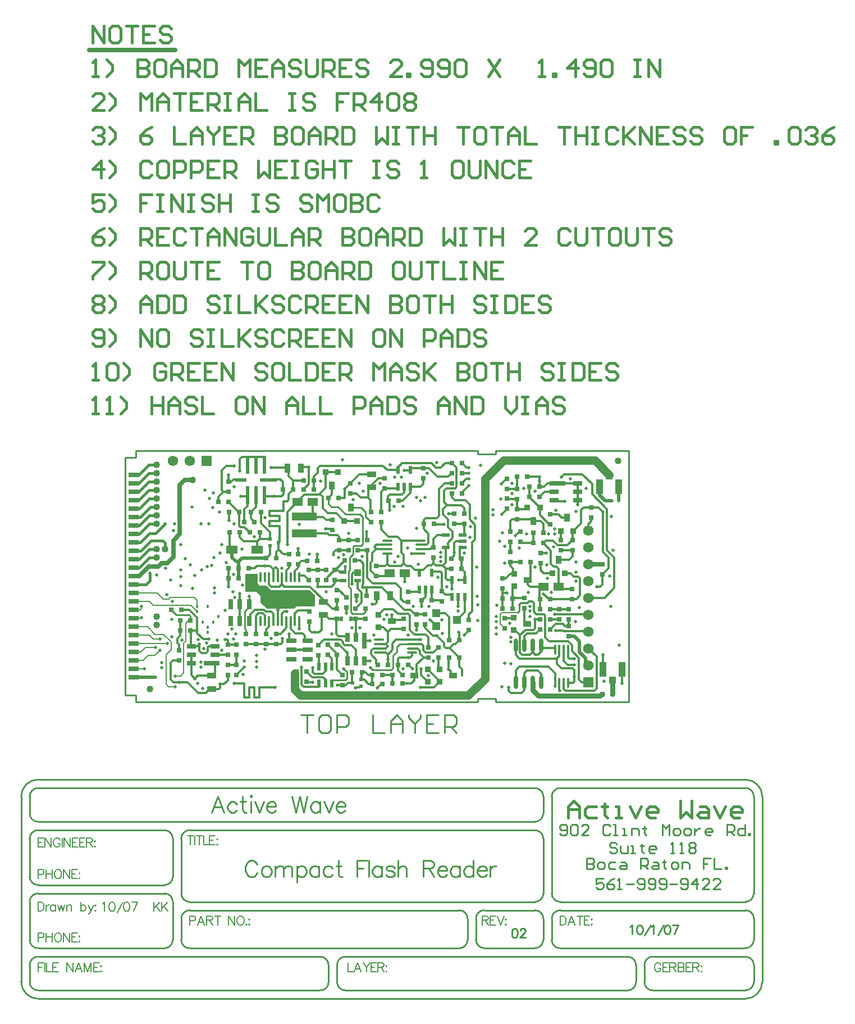
<source format=gtl>
%FSLAX24Y24*%
%MOIN*%
G70*
G01*
G75*
G04 Layer_Physical_Order=1*
G04 Layer_Color=255*
%ADD10C,0.0120*%
%ADD11R,0.0394X0.0197*%
%ADD12R,0.0300X0.0300*%
%ADD13C,0.0400*%
%ADD14R,0.0200X0.0500*%
%ADD15R,0.0591X0.0315*%
%ADD16R,0.0300X0.0300*%
%ADD17R,0.0551X0.0354*%
%ADD18R,0.0354X0.0551*%
%ADD19R,0.0250X0.0550*%
%ADD20R,0.0250X0.0520*%
%ADD21R,0.0250X0.0950*%
%ADD22R,0.0550X0.0250*%
%ADD23R,0.0950X0.0250*%
%ADD24R,0.0600X0.0270*%
%ADD25R,0.0236X0.1100*%
%ADD26R,0.1000X0.0236*%
%ADD27R,0.0700X0.0500*%
%ADD28O,0.0160X0.0600*%
%ADD29R,0.0236X0.0236*%
%ADD30O,0.0160X0.0600*%
%ADD31R,0.0394X0.0394*%
%ADD32R,0.0200X0.0300*%
%ADD33O,0.0240X0.0800*%
%ADD34R,0.0472X0.0472*%
%ADD35R,0.0600X0.0500*%
%ADD36R,0.0360X0.0500*%
%ADD37R,0.0360X0.0360*%
%ADD38R,0.1500X0.0500*%
%ADD39R,0.0394X0.0413*%
%ADD40R,0.0413X0.0866*%
%ADD41R,0.0394X0.0413*%
%ADD42O,0.0600X0.0160*%
%ADD43R,0.0500X0.0200*%
%ADD44R,0.0360X0.0360*%
%ADD45R,0.0500X0.0360*%
%ADD46R,0.0315X0.0591*%
%ADD47R,0.0700X0.0236*%
%ADD48C,0.0120*%
%ADD49C,0.0500*%
%ADD50C,0.0140*%
%ADD51C,0.0100*%
%ADD52C,0.0150*%
%ADD53C,0.0200*%
%ADD54C,0.0080*%
%ADD55C,0.0250*%
%ADD56C,0.0300*%
%ADD57C,0.0090*%
%ADD58C,0.0050*%
%ADD59R,0.0620X0.0620*%
%ADD60C,0.0620*%
%ADD61R,0.0620X0.0620*%
%ADD62C,0.0200*%
%ADD63C,0.0180*%
D10*
X4999Y338D02*
D03*
X7413Y88D02*
D03*
X7937Y11152D02*
D03*
X7687Y8738D02*
D03*
D11*
X11466Y6953D02*
D03*
Y6441D02*
D03*
X12332D02*
D03*
D12*
X12250Y5550D02*
D03*
X1250Y4700D02*
D03*
X1850D02*
D03*
X9725Y12364D02*
D03*
X9125D02*
D03*
X8699Y1037D02*
D03*
X9299D02*
D03*
X5986Y10520D02*
D03*
X6586D02*
D03*
X12589Y1007D02*
D03*
X11989D02*
D03*
X5276Y10510D02*
D03*
X4676D02*
D03*
X4066Y11101D02*
D03*
X8505Y11854D02*
D03*
X12169Y7627D02*
D03*
X5913Y9307D02*
D03*
X4666Y11101D02*
D03*
X6513Y9307D02*
D03*
X5313D02*
D03*
X6203Y9907D02*
D03*
X11569Y7627D02*
D03*
X4713Y9307D02*
D03*
X6899Y7757D02*
D03*
X5249Y7169D02*
D03*
X5249Y6569D02*
D03*
X7499Y7757D02*
D03*
X16729Y5257D02*
D03*
X17742Y2907D02*
D03*
X16859Y9789D02*
D03*
X14742Y11167D02*
D03*
X17879Y7147D02*
D03*
X18342Y2907D02*
D03*
X9725Y11854D02*
D03*
X23345Y8667D02*
D03*
X18349Y1887D02*
D03*
X14109Y1447D02*
D03*
X17919Y12817D02*
D03*
X16259Y9789D02*
D03*
X17919Y12217D02*
D03*
X17879Y7747D02*
D03*
X14142Y11167D02*
D03*
X16129Y5257D02*
D03*
X4649Y7169D02*
D03*
X5603Y9907D02*
D03*
X4649Y6569D02*
D03*
X9125Y11854D02*
D03*
X7905D02*
D03*
X23156Y4137D02*
D03*
X23756Y5337D02*
D03*
X20926Y5387D02*
D03*
Y4787D02*
D03*
X22389Y12607D02*
D03*
X23139Y12010D02*
D03*
X13790Y312D02*
D03*
X14990Y832D02*
D03*
X2392Y3487D02*
D03*
X23139Y11407D02*
D03*
X22539D02*
D03*
Y12010D02*
D03*
X21789Y12607D02*
D03*
X23156Y3537D02*
D03*
X23345Y9267D02*
D03*
X22745D02*
D03*
Y8667D02*
D03*
X26846Y-301D02*
D03*
X27445D02*
D03*
X21976Y7547D02*
D03*
X22576D02*
D03*
X23156Y4737D02*
D03*
Y5337D02*
D03*
X21525Y4787D02*
D03*
Y5387D02*
D03*
X17919Y11617D02*
D03*
X23756Y4737D02*
D03*
X18519Y11617D02*
D03*
X23756Y4137D02*
D03*
X18519Y12217D02*
D03*
Y12817D02*
D03*
X23756Y3537D02*
D03*
X17749Y1887D02*
D03*
X14990Y322D02*
D03*
X13509Y1447D02*
D03*
X1792Y3487D02*
D03*
Y4087D02*
D03*
X2392D02*
D03*
X14390Y832D02*
D03*
X13790D02*
D03*
X14390Y322D02*
D03*
X13190Y832D02*
D03*
X13190Y312D02*
D03*
X8700Y450D02*
D03*
X9300D02*
D03*
X18519Y13417D02*
D03*
X17919D02*
D03*
X9939Y7617D02*
D03*
X9339D02*
D03*
X10599Y11339D02*
D03*
X11199D02*
D03*
X18479Y7147D02*
D03*
Y7747D02*
D03*
X12850Y5550D02*
D03*
X15310Y1450D02*
D03*
X14710D02*
D03*
D13*
X27800Y13550D02*
D03*
X0Y0D02*
D03*
X394Y3808D02*
D03*
X2527Y12390D02*
D03*
X894Y8308D02*
D03*
X394Y7808D02*
D03*
Y8308D02*
D03*
Y9808D02*
D03*
Y10308D02*
D03*
Y10808D02*
D03*
Y11308D02*
D03*
Y12308D02*
D03*
Y12808D02*
D03*
Y13308D02*
D03*
X394Y4308D02*
D03*
X394Y11808D02*
D03*
D14*
X18299Y5457D02*
D03*
X17929Y6457D02*
D03*
X18679D02*
D03*
Y5457D02*
D03*
X17929D02*
D03*
X16349Y5917D02*
D03*
X15979Y6917D02*
D03*
X16729D02*
D03*
Y5917D02*
D03*
X15979D02*
D03*
X10789Y1327D02*
D03*
X10039Y1327D02*
D03*
X10789Y327D02*
D03*
X10039D02*
D03*
X10419Y1327D02*
D03*
Y327D02*
D03*
X15079Y11997D02*
D03*
X15459Y12997D02*
D03*
X14709D02*
D03*
X15459Y11997D02*
D03*
X14709D02*
D03*
D15*
X9362Y2333D02*
D03*
X8378D02*
D03*
Y2884D02*
D03*
X9362D02*
D03*
Y1782D02*
D03*
X8378D02*
D03*
D16*
X11219Y8227D02*
D03*
Y8827D02*
D03*
X23749Y9787D02*
D03*
Y10387D02*
D03*
X4666Y11701D02*
D03*
X11099Y5887D02*
D03*
X11659Y5437D02*
D03*
X16339Y4447D02*
D03*
X15839D02*
D03*
X12199Y4767D02*
D03*
X10459Y6487D02*
D03*
X10969Y7087D02*
D03*
X11099Y5287D02*
D03*
Y4757D02*
D03*
X10459Y7087D02*
D03*
X9949D02*
D03*
X9419D02*
D03*
X8269Y7997D02*
D03*
Y7397D02*
D03*
X9419Y6487D02*
D03*
X10839Y10037D02*
D03*
X5849Y7169D02*
D03*
X12339Y8827D02*
D03*
X11779D02*
D03*
X12899Y8227D02*
D03*
X12339D02*
D03*
X15339Y5157D02*
D03*
X13139Y9907D02*
D03*
X12799Y4767D02*
D03*
X15339Y5757D02*
D03*
X17319Y5207D02*
D03*
X6298Y3287D02*
D03*
X6898D02*
D03*
X5698D02*
D03*
X7498D02*
D03*
X9469Y4597D02*
D03*
X13139Y10507D02*
D03*
X11889Y11607D02*
D03*
X13939Y12497D02*
D03*
X17319Y5807D02*
D03*
X13939Y11897D02*
D03*
X13739Y10509D02*
D03*
X16229Y12497D02*
D03*
X18649Y9797D02*
D03*
X18049D02*
D03*
X13739Y9909D02*
D03*
X16339Y3847D02*
D03*
X26205Y10787D02*
D03*
X25076Y8837D02*
D03*
X25055Y5937D02*
D03*
X4622Y837D02*
D03*
X1726Y1711D02*
D03*
X16229Y13097D02*
D03*
X16829Y8407D02*
D03*
X13429Y6697D02*
D03*
X5698Y2687D02*
D03*
X18049Y10397D02*
D03*
X11889Y12207D02*
D03*
X6298Y2687D02*
D03*
X6898D02*
D03*
X9469Y3997D02*
D03*
X7498Y2687D02*
D03*
X11779Y8227D02*
D03*
X12899Y8827D02*
D03*
X5849Y6569D02*
D03*
X10839Y9437D02*
D03*
X9949Y6487D02*
D03*
X10969D02*
D03*
X11659Y4837D02*
D03*
X11099Y4157D02*
D03*
X4666Y12301D02*
D03*
X15839Y3847D02*
D03*
X24859Y3137D02*
D03*
X25055Y5337D02*
D03*
X20926Y5987D02*
D03*
X21186Y10717D02*
D03*
X21976Y9347D02*
D03*
X21186Y12487D02*
D03*
X15049Y4157D02*
D03*
X23175Y7467D02*
D03*
X25076Y8237D02*
D03*
X24385D02*
D03*
Y8837D02*
D03*
X21186Y11887D02*
D03*
X21795D02*
D03*
Y11287D02*
D03*
X21795Y10687D02*
D03*
X21186Y11317D02*
D03*
X21795Y10087D02*
D03*
X21376Y9347D02*
D03*
X21976Y8747D02*
D03*
X21376D02*
D03*
Y8147D02*
D03*
X26205Y10187D02*
D03*
X21376Y7547D02*
D03*
X20926Y6587D02*
D03*
X22225Y5397D02*
D03*
Y4797D02*
D03*
X18939Y4100D02*
D03*
X24299Y4747D02*
D03*
X24859D02*
D03*
X24299Y4147D02*
D03*
X24859D02*
D03*
Y3737D02*
D03*
X21049Y4196D02*
D03*
Y3596D02*
D03*
X23175Y8067D02*
D03*
X17139Y2487D02*
D03*
X16539Y1887D02*
D03*
X17139D02*
D03*
X10003Y2016D02*
D03*
X11419Y837D02*
D03*
X10003Y2616D02*
D03*
X15049Y3557D02*
D03*
X11419Y237D02*
D03*
X12799Y4167D02*
D03*
X12199D02*
D03*
X16539Y2487D02*
D03*
X1726Y2311D02*
D03*
X4622Y1437D02*
D03*
Y2637D02*
D03*
Y2037D02*
D03*
X18939Y3500D02*
D03*
X5122Y1437D02*
D03*
Y837D02*
D03*
Y2637D02*
D03*
Y2037D02*
D03*
X11079Y2029D02*
D03*
Y2629D02*
D03*
X10559Y2029D02*
D03*
Y2629D02*
D03*
X8779Y7997D02*
D03*
Y7397D02*
D03*
X26850Y6800D02*
D03*
Y7400D02*
D03*
X18649Y10397D02*
D03*
X13429Y7297D02*
D03*
X16829Y7807D02*
D03*
D17*
X3650Y6D02*
D03*
Y794D02*
D03*
X13150Y12744D02*
D03*
Y11956D02*
D03*
X10299Y5181D02*
D03*
Y4394D02*
D03*
D18*
X8156Y13100D02*
D03*
X8944D02*
D03*
X14244Y5550D02*
D03*
X13456D02*
D03*
D19*
X12219Y3062D02*
D03*
Y1662D02*
D03*
X12719D02*
D03*
X11719Y3062D02*
D03*
D20*
X11719Y1662D02*
D03*
D21*
X12719Y2862D02*
D03*
D22*
X3849Y2037D02*
D03*
X2449Y2537D02*
D03*
Y2037D02*
D03*
Y1537D02*
D03*
X3849Y2537D02*
D03*
X23979Y11197D02*
D03*
X25379Y12197D02*
D03*
Y11697D02*
D03*
Y11197D02*
D03*
X23979Y11697D02*
D03*
D23*
X3649Y1537D02*
D03*
X24179Y12197D02*
D03*
D24*
X-984Y12701D02*
D03*
Y12201D02*
D03*
Y11701D02*
D03*
Y11201D02*
D03*
Y10701D02*
D03*
Y10201D02*
D03*
Y9701D02*
D03*
Y9201D02*
D03*
Y8701D02*
D03*
Y8201D02*
D03*
Y7701D02*
D03*
Y7201D02*
D03*
Y6701D02*
D03*
Y6201D02*
D03*
Y5701D02*
D03*
Y5201D02*
D03*
Y4701D02*
D03*
Y4201D02*
D03*
Y3701D02*
D03*
Y3201D02*
D03*
Y2701D02*
D03*
Y2201D02*
D03*
Y1701D02*
D03*
Y1201D02*
D03*
X-984Y701D02*
D03*
D25*
X6800Y13302D02*
D03*
X6300D02*
D03*
Y11499D02*
D03*
X5800D02*
D03*
X6800D02*
D03*
X5800Y13302D02*
D03*
D26*
X7039Y12397D02*
D03*
D27*
X4873Y8287D02*
D03*
X6373D02*
D03*
D28*
X7579Y4039D02*
D03*
X8859Y4039D02*
D03*
X8603Y4039D02*
D03*
X8347D02*
D03*
X8091D02*
D03*
X7835D02*
D03*
X7323D02*
D03*
X7067D02*
D03*
X6811D02*
D03*
X8603Y6637D02*
D03*
X7579D02*
D03*
X7323D02*
D03*
X8859D02*
D03*
X8091D02*
D03*
X7835D02*
D03*
X7067D02*
D03*
X6556Y4039D02*
D03*
Y6637D02*
D03*
X6811D02*
D03*
X8347D02*
D03*
D29*
X7641Y8714D02*
D03*
X7129Y8517D02*
D03*
Y8911D02*
D03*
X12018Y360D02*
D03*
X12530Y164D02*
D03*
Y557D02*
D03*
D30*
X24563Y2347D02*
D03*
X24819D02*
D03*
X24051Y378D02*
D03*
Y2347D02*
D03*
X24307Y378D02*
D03*
Y2347D02*
D03*
X24819Y378D02*
D03*
X24563D02*
D03*
D31*
X12332Y6894D02*
D03*
D32*
X11939Y4167D02*
D03*
X11359D02*
D03*
D33*
X22709Y417D02*
D03*
X21709D02*
D03*
X22209Y2617D02*
D03*
X22709D02*
D03*
X23209D02*
D03*
Y417D02*
D03*
X22209D02*
D03*
X21709Y2617D02*
D03*
D34*
X16989Y3724D02*
D03*
X18209Y4117D02*
D03*
X16989Y4511D02*
D03*
D35*
X23356Y6087D02*
D03*
X24255D02*
D03*
X9649Y11117D02*
D03*
X8749D02*
D03*
X14239Y6857D02*
D03*
X15139D02*
D03*
D36*
X24255Y7677D02*
D03*
X10789Y12059D02*
D03*
X24766Y10177D02*
D03*
X11909Y10767D02*
D03*
X22766Y9967D02*
D03*
D37*
X23876Y6877D02*
D03*
X24625D02*
D03*
X11169Y12859D02*
D03*
X10419D02*
D03*
X24385Y9377D02*
D03*
X25136D02*
D03*
X12279Y9967D02*
D03*
X11529D02*
D03*
X23145Y10767D02*
D03*
X22396D02*
D03*
D38*
X9150Y9250D02*
D03*
Y10250D02*
D03*
D39*
X27250Y12630D02*
D03*
D40*
X27821Y12000D02*
D03*
X26679D02*
D03*
X28016Y1178D02*
D03*
X26875D02*
D03*
D41*
X27445Y549D02*
D03*
D42*
X13600Y2925D02*
D03*
X14080Y8815D02*
D03*
X16049D02*
D03*
X15569Y2925D02*
D03*
X13600Y2157D02*
D03*
X16049Y8559D02*
D03*
Y8303D02*
D03*
X14080Y8559D02*
D03*
Y8303D02*
D03*
X16049Y8047D02*
D03*
X15569Y2157D02*
D03*
Y2669D02*
D03*
Y2413D02*
D03*
X13600Y2669D02*
D03*
Y2413D02*
D03*
X14080Y8047D02*
D03*
D43*
X18559Y8397D02*
D03*
Y9147D02*
D03*
X17559D02*
D03*
X18559Y8767D02*
D03*
X17559Y8397D02*
D03*
D44*
X21576Y3497D02*
D03*
X16490Y1182D02*
D03*
X17199Y427D02*
D03*
X21625Y6847D02*
D03*
Y6097D02*
D03*
X21576Y4247D02*
D03*
X17199Y1177D02*
D03*
X13549Y3657D02*
D03*
Y4407D02*
D03*
X16490Y432D02*
D03*
D45*
X14349Y4027D02*
D03*
X22425Y6467D02*
D03*
X22376Y3867D02*
D03*
X17999Y797D02*
D03*
X15690Y812D02*
D03*
D46*
X5327Y5024D02*
D03*
Y4040D02*
D03*
X5878Y5024D02*
D03*
Y4040D02*
D03*
X4776Y5024D02*
D03*
Y4040D02*
D03*
D47*
X5378Y12397D02*
D03*
D48*
X4999Y338D02*
X5579D01*
Y-512D02*
Y338D01*
Y-512D02*
X5879D01*
Y88D01*
X6179Y-512D02*
Y38D01*
Y-512D02*
X6479D01*
X6179Y38D02*
Y88D01*
X5879D02*
X6179D01*
X6479Y-512D02*
Y88D01*
X7399D01*
X7413D01*
X11600Y6924D02*
Y7260D01*
X22930Y4443D02*
X23392D01*
X22028Y5112D02*
X22412D01*
X22780Y4593D02*
X22930Y4443D01*
X22412Y5112D02*
X22500Y5200D01*
X22780Y4593D02*
Y5110D01*
X22690Y5200D02*
X22780Y5110D01*
X22500Y5200D02*
X22690D01*
X16070Y90D02*
X16861D01*
X17199Y427D01*
X17850Y797D02*
Y1060D01*
X11347Y237D02*
X11629D01*
X11416Y240D02*
X11419Y237D01*
X11110Y240D02*
X11416D01*
X11752Y360D02*
X12018D01*
X20926Y5702D02*
X21201D01*
X12974Y312D02*
X13190D01*
X24299Y4747D02*
X24859D01*
X23765D02*
X24299D01*
X21525Y4196D02*
X21576Y4247D01*
X21496Y4167D02*
X21525Y4196D01*
X23156Y5987D02*
X23256Y6087D01*
X17850Y790D02*
Y797D01*
X9201Y2899D02*
Y3160D01*
X8612Y3317D02*
X9044D01*
X9201Y3160D01*
X9358Y2880D02*
X9362Y2884D01*
X9220Y2880D02*
X9358D01*
X9201Y2899D02*
X9220Y2880D01*
X2940Y2280D02*
Y2670D01*
X2449Y2537D02*
X2807D01*
X2940Y2280D02*
X3070Y2150D01*
X2807Y2537D02*
X2940Y2670D01*
X3070Y2150D02*
X3340D01*
X3434Y2483D02*
X3489Y2537D01*
X3434Y2244D02*
Y2483D01*
X3340Y2150D02*
X3434Y2244D01*
X3489Y2537D02*
X3849D01*
X7687Y9972D02*
Y10272D01*
X7637Y9972D02*
X7687D01*
X7087Y9672D02*
Y9972D01*
X7637D01*
X7087Y10272D02*
X7687D01*
X7087D02*
Y10572D01*
X7937D01*
Y11152D01*
X7087Y9672D02*
X7687D01*
Y8738D02*
Y9672D01*
X23110Y5401D02*
Y6051D01*
X23156Y4737D02*
Y5337D01*
X11629Y237D02*
X11752Y360D01*
X12729Y557D02*
X12974Y312D01*
X12530Y557D02*
X12729D01*
X12549Y967D02*
X12589Y1007D01*
X12549Y576D02*
Y967D01*
X12530Y557D02*
X12549Y576D01*
X12964Y832D02*
X13190D01*
X12789Y1007D02*
X12964Y832D01*
X12589Y1007D02*
X12789D01*
X5276Y9703D02*
Y10510D01*
Y9703D02*
X5363Y9617D01*
X5603D01*
X5913Y9307D01*
X14129Y3387D02*
X14299Y3557D01*
X15049D01*
X17139Y1237D02*
X17199Y1177D01*
X17139Y1237D02*
Y1887D01*
X16490Y1182D02*
X17199Y473D01*
X16829Y2177D02*
X17139Y2487D01*
X24563Y1676D02*
Y2347D01*
X24036Y179D02*
X24051Y194D01*
X24819Y378D02*
X24821Y376D01*
X22209Y2617D02*
Y3127D01*
X22382Y3300D01*
X22919D01*
X23156Y3537D01*
X21910Y4993D02*
X22028Y5112D01*
X22852Y4137D02*
X23156D01*
X23256Y6087D02*
X23356D01*
X24406Y5937D02*
X25055D01*
X24255Y6087D02*
X24406Y5937D01*
X22225Y3913D02*
Y4797D01*
X22376Y3867D02*
X22422Y3913D01*
X23756Y4737D02*
X23765Y4747D01*
Y4147D02*
X24299D01*
X23756Y4137D02*
X23765Y4147D01*
X24859Y3737D02*
Y4147D01*
X6298Y3287D02*
X6338D01*
X7067Y3702D02*
Y4039D01*
X6898Y3533D02*
X7067Y3702D01*
X6898Y3287D02*
Y3533D01*
X8091Y3623D02*
Y4039D01*
X7498Y3287D02*
X7755D01*
X8091Y3623D01*
X8347Y3582D02*
X8612Y3317D01*
X8347Y3582D02*
Y4039D01*
X8859Y3564D02*
Y4039D01*
X8257Y2923D02*
Y3278D01*
Y2923D02*
X8297Y2884D01*
X8378D01*
X23392Y4443D02*
X23465Y4369D01*
Y3069D02*
Y4369D01*
Y3069D02*
X23688Y2847D01*
X6680Y4490D02*
X6811Y4359D01*
X6430Y4490D02*
X6680D01*
X6290Y4350D02*
X6430Y4490D01*
X6290Y3295D02*
X6298Y3287D01*
X6290Y3295D02*
Y4350D01*
X6811Y4039D02*
Y4359D01*
X23370Y5650D02*
X23683Y5337D01*
X25635Y417D02*
X26035D01*
X25469Y583D02*
X25635Y417D01*
X23756Y3537D02*
X24088Y3870D01*
X24510D01*
X24630Y3750D01*
Y3737D02*
X24859D01*
X24630D02*
Y3750D01*
X24789Y1450D02*
X25200D01*
X24563Y1676D02*
X24789Y1450D01*
X24819Y2347D02*
X24825Y2340D01*
X22290Y3520D02*
X22760D01*
X22852Y3612D01*
Y4137D01*
X21960Y3190D02*
X22290Y3520D01*
X21576Y3497D02*
X21653D01*
X21960Y3190D01*
X17991Y790D02*
X17999Y797D01*
X17740Y1878D02*
X17749Y1887D01*
X17740Y1170D02*
X17850Y1060D01*
X17740Y1170D02*
Y1878D01*
X20926Y4787D02*
Y5987D01*
X23683Y5337D02*
X25055D01*
X16111Y2669D02*
X16220Y2560D01*
Y2317D02*
Y2560D01*
Y2317D02*
X16360Y2177D01*
X15569Y2669D02*
X16111D01*
X16360Y2177D02*
X16829D01*
X21960Y2180D02*
X22100Y2040D01*
X21960Y2180D02*
Y3190D01*
X22709Y2203D02*
Y2617D01*
X22100Y2040D02*
X22545D01*
X22709Y2203D01*
X24819Y1871D02*
Y2347D01*
Y1871D02*
X24900Y1790D01*
X25200D01*
X25050Y2260D02*
Y2620D01*
X24823Y2847D02*
X25050Y2620D01*
X25469Y583D02*
Y1841D01*
X25050Y2260D02*
X25469Y1841D01*
X23688Y2847D02*
X24823D01*
D49*
X19880Y610D02*
Y12460D01*
X8590Y-30D02*
Y930D01*
X8924Y-364D02*
X18906D01*
X19880Y610D01*
X8590Y-30D02*
X8924Y-364D01*
X26410Y13580D02*
X27270Y12720D01*
X19880Y12460D02*
X21000Y13580D01*
X26410D01*
D50*
X12250Y5220D02*
Y5550D01*
X11569Y7627D02*
X11600Y7596D01*
X10969Y7087D02*
X11138D01*
X10969D02*
X11019Y7037D01*
X11138Y7087D02*
X11272Y6953D01*
X11466D01*
X12425Y12744D02*
X13150D01*
X14080Y12997D02*
X14709D01*
X10100Y13250D02*
X13827D01*
X14080Y12997D01*
X1390Y410D02*
X2220D01*
X3530Y-10D02*
X3634D01*
X3320Y-220D02*
X3530Y-10D01*
X3634D02*
X3650Y6D01*
X2850Y-220D02*
X3320D01*
X4086Y6D02*
X4149Y69D01*
Y297D02*
X4406D01*
X4149Y69D02*
Y297D01*
X3650Y6D02*
X4086D01*
X2220Y410D02*
X2850Y-220D01*
X2660Y620D02*
X2834Y794D01*
X2449Y831D02*
X2660Y620D01*
X2834Y794D02*
X3650D01*
X9430Y12158D02*
Y13170D01*
X8944Y13100D02*
X9014Y13170D01*
X9430D01*
X9499Y6087D02*
X10829Y4757D01*
X11099D01*
X9590Y3370D02*
X10040D01*
X10420Y4360D02*
X10613Y4167D01*
X10040Y3370D02*
X10180Y3510D01*
Y4310D01*
X10230Y4360D01*
X10420D01*
X21376Y7317D02*
X21560Y7133D01*
Y6847D02*
Y7133D01*
X21398Y6847D02*
X21560D01*
X21376Y7317D02*
Y7547D01*
X19120Y8700D02*
X19300Y8880D01*
Y9750D01*
X18990Y10060D02*
X19300Y9750D01*
X18990Y10060D02*
Y10926D01*
X18709Y11207D02*
X18990Y10926D01*
X21186Y10666D02*
Y10717D01*
X20900Y10380D02*
X21186Y10666D01*
X13732Y312D02*
X13790D01*
X13490Y70D02*
X13732Y312D01*
X11389Y267D02*
X11419Y237D01*
X9330Y420D02*
X9670D01*
X9300Y450D02*
X9330Y420D01*
X9120Y140D02*
X10010D01*
X10039Y327D02*
X10040Y326D01*
Y170D02*
Y326D01*
X10010Y140D02*
X10040Y170D01*
X9000Y260D02*
Y1310D01*
Y260D02*
X9120Y140D01*
X16259Y9789D02*
Y10040D01*
Y9499D02*
Y9789D01*
X14219Y10590D02*
Y11068D01*
X3649Y1539D02*
X3849D01*
X9949Y7087D02*
X10459D01*
X9419D02*
X9949D01*
X6276Y11499D02*
Y11529D01*
Y10809D02*
Y11499D01*
X22539Y11407D02*
Y12010D01*
Y11374D02*
Y11407D01*
X11990Y360D02*
Y1007D01*
X14390Y322D02*
Y832D01*
Y232D02*
Y322D01*
X7937Y11152D02*
X8146D01*
X7936D02*
X7937D01*
X13190Y312D02*
Y832D01*
Y232D02*
Y312D01*
X13150Y272D02*
X13190Y232D01*
X11779Y8827D02*
X12339D01*
X21525Y4196D02*
X21576D01*
X21049D02*
X21525D01*
X21795Y10087D02*
X22755D01*
X21505D02*
X21795D01*
X17529Y5597D02*
X17929D01*
X23256Y6087D02*
X23356D01*
X22555D02*
X23256D01*
X21525Y5387D02*
X21535Y5397D01*
X21525Y5387D02*
Y5997D01*
Y4787D02*
Y5387D01*
X16090Y832D02*
X16490Y432D01*
X16540Y382D01*
X1792Y3487D02*
Y4087D01*
Y3180D02*
Y3487D01*
X18649Y9147D02*
Y9797D01*
Y9137D02*
Y9147D01*
X9469Y4670D02*
X9520D01*
X8781D02*
X9469D01*
X18400Y7747D02*
Y8380D01*
Y7690D02*
Y7747D01*
X15819Y807D02*
Y812D01*
X13600Y2413D02*
X14005D01*
X13255D02*
X13600D01*
X12199Y4167D02*
X12219Y4147D01*
X12199Y4167D02*
X12799D01*
X11939D02*
X12199D01*
X16229Y13097D02*
X16553D01*
X15476D02*
X16229D01*
X11079Y2029D02*
Y2109D01*
Y1177D02*
Y2029D01*
X26250Y11570D02*
X27140Y10680D01*
X26250Y11570D02*
Y12160D01*
X25670Y12740D02*
X26250Y12160D01*
X24420Y12580D02*
X24580Y12740D01*
X25670D01*
X27570Y5990D02*
Y7810D01*
X27140Y8240D02*
X27570Y7810D01*
X27140Y8240D02*
Y10680D01*
X4260Y12970D02*
X4530Y13240D01*
X4260Y11807D02*
Y12970D01*
X4530Y13240D02*
X5000D01*
X4260Y11807D02*
X4366Y11701D01*
X9469Y3491D02*
X9590Y3370D01*
X9469Y3491D02*
Y3997D01*
X10900Y8090D02*
X11037Y8227D01*
X10900Y7960D02*
Y8090D01*
X7925Y11560D02*
Y11834D01*
X7819Y11454D02*
X7925Y11560D01*
X12959Y11889D02*
X13567Y12497D01*
X12959Y11337D02*
Y11889D01*
X13567Y12497D02*
X13939D01*
X17319Y5807D02*
Y6891D01*
X16729Y6917D02*
X16730Y6919D01*
Y7020D01*
X16770Y6980D01*
X17230D01*
X17319Y6891D01*
X17020Y3180D02*
X17450Y2750D01*
Y2550D02*
Y2750D01*
Y2550D02*
X17553Y2447D01*
X16806Y3180D02*
X17020D01*
X16339Y3647D02*
X16806Y3180D01*
X15069Y7467D02*
Y7961D01*
X14920Y8110D02*
X15069Y7961D01*
X16640Y4110D02*
X16989Y3761D01*
Y3724D02*
Y3761D01*
X14140Y11168D02*
X14142Y11167D01*
X14140Y11168D02*
Y11440D01*
X14230Y11530D01*
X14950D01*
X15079Y11659D01*
Y11997D01*
X16868Y9780D02*
X17460D01*
X16859Y9789D02*
X16868Y9780D01*
X17700Y9616D02*
Y10060D01*
X17399Y10361D02*
X17700Y10060D01*
Y9616D02*
X17969Y9347D01*
X17399Y10361D02*
Y10677D01*
X12000Y6250D02*
Y6820D01*
X12074Y6894D01*
X12332D01*
X9950Y13100D02*
X10100Y13250D01*
X10787Y6087D02*
X10969Y6269D01*
X9949Y6087D02*
X10787D01*
X9949D02*
Y6487D01*
X10969Y6269D02*
Y6487D01*
X9166Y6740D02*
X9419Y6487D01*
X8860Y6740D02*
X9166D01*
X8859Y6637D02*
X8860Y6639D01*
Y6740D01*
X11631Y3150D02*
X11719Y3062D01*
X11180Y3150D02*
X11631D01*
X11060Y3270D02*
X11180Y3150D01*
X11060Y3270D02*
Y4118D01*
X11322Y2936D02*
X11453Y2806D01*
X10322Y2936D02*
X11322D01*
X11453Y2716D02*
Y2806D01*
X10003Y2616D02*
X10322Y2936D01*
X8603Y4491D02*
X8781Y4670D01*
X9469Y4597D02*
Y4619D01*
X9520Y4670D01*
X10776Y9500D02*
X10839Y9437D01*
X10440Y9500D02*
X10776D01*
X16480Y1192D02*
X16490Y1182D01*
X5583Y9927D02*
Y10678D01*
X2800Y3320D02*
X3160Y2960D01*
X2330Y4700D02*
X2800Y4230D01*
X1850Y4700D02*
X2330D01*
X1230Y1580D02*
X1361Y1711D01*
X1726D01*
X1230Y570D02*
Y1580D01*
Y570D02*
X1390Y410D01*
X1610Y2998D02*
X1792Y3180D01*
X1726Y2311D02*
Y2624D01*
X1610Y2740D02*
X1726Y2624D01*
X1610Y2740D02*
Y2998D01*
X2440Y2546D02*
X2449Y2537D01*
X2392Y3487D02*
Y3512D01*
X2440Y3560D01*
X3160Y2960D02*
X3480D01*
X2392Y3487D02*
X2402Y3477D01*
X5380Y11450D02*
X5751D01*
X4621Y2037D02*
X4622Y2037D01*
X3849Y2037D02*
X4621D01*
X5122Y837D02*
X5590Y1305D01*
Y1310D01*
X4579Y2950D02*
X4622Y2907D01*
X4450Y2950D02*
X4579D01*
X4622Y2637D02*
Y2907D01*
X11199Y11339D02*
X11559D01*
X9950Y12841D02*
Y13100D01*
X9725Y12617D02*
X9950Y12841D01*
X10550Y10450D02*
X11046D01*
X10246Y10754D02*
X10550Y10450D01*
X10246Y10754D02*
Y11390D01*
X10112Y11524D02*
X10246Y11390D01*
X11046Y10450D02*
X11529Y9967D01*
X10419Y12859D02*
X11169D01*
X10419Y11924D02*
Y12859D01*
X10789Y11529D02*
Y12059D01*
X10599Y11339D02*
X10789Y11529D01*
X11099Y5887D02*
X11209D01*
X8239Y12630D02*
Y13151D01*
X18479Y7147D02*
Y7747D01*
X7905Y11854D02*
Y12271D01*
X7742Y12434D02*
X7905Y12271D01*
X7198Y12434D02*
X7742D01*
X5326Y12951D02*
Y13651D01*
X5456Y13781D01*
X6776Y13332D02*
Y13781D01*
X4666Y12301D02*
Y12720D01*
Y12301D02*
X4836D01*
X4969Y12434D01*
X5583Y10678D02*
X5776Y10871D01*
X5986Y10520D02*
X6276Y10809D01*
X5257Y10510D02*
X5276D01*
X4666Y11101D02*
X5257Y10510D01*
X4066Y11101D02*
Y11401D01*
X4366Y11701D01*
X5583Y9927D02*
X5603Y9907D01*
X23706Y9787D02*
X23749D01*
X23145Y10347D02*
X23706Y9787D01*
X17879Y7747D02*
X18059Y7927D01*
X18479Y7147D02*
X18679Y6947D01*
X18519Y8357D02*
X18559Y8397D01*
X18479Y8357D02*
X18519D01*
X18679Y6457D02*
Y6947D01*
X18519Y11617D02*
Y11667D01*
X18919Y12067D01*
X18519Y12217D02*
X18769Y12467D01*
X18919D01*
X20849Y12167D02*
X21169Y12487D01*
X21186D01*
X26875Y1178D02*
Y2028D01*
X28016Y328D02*
Y1178D01*
X18341Y6457D02*
X18679D01*
X16259Y9499D02*
X16539Y9219D01*
Y8687D02*
Y9219D01*
X9939Y7617D02*
Y8007D01*
X8779Y7397D02*
X8999Y7617D01*
X9339D01*
X8779Y7997D02*
Y8337D01*
Y7197D02*
Y7397D01*
X8603Y7021D02*
X8779Y7197D01*
X8603Y6637D02*
Y7021D01*
X17399Y10677D02*
X17639Y10917D01*
X21709Y2027D02*
Y2617D01*
X17929Y5927D02*
Y6457D01*
X18519Y11617D02*
X18529Y11627D01*
X18519Y12817D02*
X18919D01*
X13189Y7607D02*
Y8059D01*
X13433Y8303D01*
X13942Y7297D02*
X14080Y7436D01*
X13429Y7297D02*
X13942D01*
X14080Y7436D02*
Y8047D01*
X17919Y11377D02*
Y11617D01*
X23145Y10347D02*
Y10767D01*
X22539Y11374D02*
X23145Y10767D01*
X23139Y11407D02*
X23428Y11697D01*
X23979D01*
X23139Y12010D02*
X23402D01*
X23588Y12197D01*
X22389Y12607D02*
X22399Y12597D01*
X23149D01*
X23139Y12587D02*
X23149Y12597D01*
X21795Y11887D02*
Y12487D01*
X17689Y8687D02*
X17969Y8967D01*
Y9347D01*
X14199Y7317D02*
X14919D01*
X15219D02*
X15479D01*
X14919D02*
X15069Y7467D01*
X15219Y7317D01*
X14080Y7436D02*
X14199Y7317D01*
X15479D02*
X15729Y7067D01*
X13079Y7047D02*
X13429Y6697D01*
X13079Y7047D02*
Y7497D01*
X13189Y7607D01*
X13441Y8559D02*
X14080D01*
X13309Y8427D02*
X13441Y8559D01*
X13309Y8427D02*
X13433Y8303D01*
X14080D01*
X14239Y6707D02*
Y6857D01*
X14229Y6697D02*
X14239Y6707D01*
X13429Y6697D02*
X14229D01*
X15139Y6367D02*
Y6857D01*
X15519Y8047D02*
X16049D01*
X17059Y9147D02*
X17559D01*
X17719Y10397D02*
X18049D01*
Y9797D02*
X18649D01*
X18059Y8657D02*
X18169Y8767D01*
X18559D01*
X17559Y6567D02*
Y7147D01*
X17379Y7327D02*
X17559Y7147D01*
X17379Y7327D02*
X17559Y7507D01*
Y6567D02*
X17669Y6457D01*
X17929D01*
X12899Y8227D02*
X12949Y8177D01*
X14599Y6277D02*
X14899Y5977D01*
Y5337D02*
Y5977D01*
Y5337D02*
X15079Y5157D01*
X15339D01*
X16229Y7067D02*
X16489Y7327D01*
X17929Y5457D02*
Y5597D01*
X17319Y5807D02*
X17529Y5597D01*
X18299Y4917D02*
Y5457D01*
X18209Y4117D02*
X18679Y4587D01*
Y5457D01*
X16989Y4511D02*
X17515D01*
X17742Y4284D01*
Y2907D02*
Y4284D01*
X13889Y4747D02*
X14439D01*
X14719Y4467D01*
X17269Y5257D02*
X17319Y5207D01*
X16729Y5257D02*
X17269D01*
X16729D02*
Y5917D01*
X15979Y5767D02*
Y5917D01*
X15969Y5757D02*
X15979Y5767D01*
X15339Y5757D02*
X15969D01*
X16129Y5257D02*
X16349Y5477D01*
Y5917D01*
X16129Y4907D02*
Y5257D01*
X16989Y3724D02*
X17109Y3604D01*
X15839Y3497D02*
Y3847D01*
X16339Y3647D02*
Y3847D01*
X16359Y3237D02*
X16539Y3057D01*
X15419Y3497D02*
X15679Y3237D01*
X16359D01*
X16539Y2487D02*
Y3057D01*
X13549Y4407D02*
X13889Y4747D01*
X14109Y2047D02*
X14389Y2327D01*
Y2707D01*
X14606Y2925D01*
X14129Y2801D02*
Y3387D01*
X4622Y512D02*
Y837D01*
X4406Y297D02*
X4622Y512D01*
X15819Y1457D02*
X16249Y1887D01*
X16539D01*
X14349Y4027D02*
X14439Y4117D01*
X15009D01*
X15049Y4157D01*
X13997Y2669D02*
X14129Y2801D01*
X13859Y3657D02*
X14129Y3387D01*
X13549Y3657D02*
X13859D01*
X14349Y4027D02*
Y4397D01*
X13600Y2669D02*
X13997D01*
X14129Y2537D01*
X14005Y2413D02*
X14129Y2537D01*
X13439Y1517D02*
X13509Y1447D01*
X13439Y1517D02*
Y1747D01*
X13129Y2057D02*
X13439Y1747D01*
X13129Y2057D02*
Y2287D01*
X13255Y2413D01*
X13600Y2157D02*
X13999D01*
X14109Y2047D01*
X15690Y812D02*
X15814D01*
X15819Y807D01*
X22209Y942D02*
X22361Y1094D01*
X23031D01*
X23209Y916D01*
Y417D02*
Y916D01*
X15420Y12959D02*
X15459Y12997D01*
X15101Y12959D02*
X15420D01*
X14707Y11996D02*
X14709Y11997D01*
X14707Y11896D02*
Y11996D01*
X14706Y11897D02*
X14707Y11896D01*
X13939Y11897D02*
X14706D01*
X15459Y12997D02*
Y13080D01*
X15476Y13097D01*
X15459Y11997D02*
X16069D01*
X16229Y12157D01*
Y12497D01*
X7498Y3287D02*
X7500Y3290D01*
X8091Y6637D02*
Y7030D01*
X8269Y7207D01*
Y7397D01*
X10459Y6487D02*
Y6547D01*
X10969Y7057D01*
Y7087D01*
Y6487D02*
X11015Y6441D01*
X11649Y4500D02*
Y4827D01*
X11659Y4837D01*
X11099Y4757D02*
Y5287D01*
X7971Y6087D02*
X9499D01*
X7835Y6224D02*
X7971Y6087D01*
X7835Y6224D02*
Y6637D01*
X7699Y6087D02*
X7835Y6224D01*
X7199Y6087D02*
X7699D01*
X7067Y6219D02*
X7199Y6087D01*
X7067Y6219D02*
Y6637D01*
X11889Y11607D02*
X11939Y11557D01*
X12959Y11337D02*
X13099Y11197D01*
Y10547D02*
Y11197D01*
Y10547D02*
X13139Y10507D01*
X7323Y6637D02*
Y7112D01*
X7449Y7237D01*
X7579Y7107D01*
Y6637D02*
Y7107D01*
X21186Y11887D02*
X21795D01*
X21186Y11317D02*
X21216Y11287D01*
X21795D01*
X15500Y322D02*
X15690Y512D01*
Y812D01*
X14990Y322D02*
X15500D01*
X4622Y1437D02*
X5122D01*
Y2037D01*
Y2637D02*
X5162Y2677D01*
X4622Y2637D02*
X5122D01*
X13790Y832D02*
X14390D01*
X2392Y4087D02*
X2393Y4087D01*
X22425Y6217D02*
X22555Y6087D01*
X22425Y6217D02*
Y6371D01*
X21525Y5997D02*
X21625Y6097D01*
X21535Y5397D02*
X22225D01*
X21138Y6587D02*
X21398Y6847D01*
X20926Y6587D02*
X21138D01*
X22576Y6617D02*
Y7547D01*
X22425Y6467D02*
X22576Y6617D01*
X21376Y7547D02*
X21976D01*
X21376Y8147D02*
Y8747D01*
Y9347D02*
Y9957D01*
X21505Y10087D01*
X21795Y10687D02*
Y11287D01*
X21776Y11307D02*
X21795Y11287D01*
X22755Y10087D02*
X22766Y10077D01*
Y9967D02*
Y10077D01*
X21795Y10687D02*
X22315D01*
X22396Y10767D01*
X23345Y9267D02*
Y9797D01*
X23175Y9967D02*
X23345Y9797D01*
X22766Y9967D02*
X23175D01*
X22745Y8667D02*
Y9267D01*
X21976Y8747D02*
X22036Y8687D01*
X22726D01*
X22745Y8667D01*
X23345D02*
X23805Y8207D01*
X24255Y6087D02*
X24306Y6137D01*
X23175Y8067D02*
X23526D01*
X26016Y3437D02*
X26035Y3417D01*
X23365Y6877D02*
X23876D01*
X23175Y7067D02*
X23365Y6877D01*
X23175Y7067D02*
Y7467D01*
X24255Y6087D02*
Y7137D01*
X24116Y7277D02*
X24255Y7137D01*
X23965Y7277D02*
X24116D01*
X23805Y7437D02*
X23965Y7277D01*
X23805Y7437D02*
Y8207D01*
X24896Y7677D02*
X25076Y7857D01*
Y8237D01*
X24255Y7677D02*
X24896D01*
X24385Y8837D02*
Y9377D01*
Y8237D02*
X25066D01*
X25136Y9377D02*
X25605Y9847D01*
Y10637D02*
X25756Y10787D01*
X25605Y9847D02*
Y10637D01*
X26035Y9417D02*
Y9787D01*
X26205Y9957D01*
X26205D02*
Y10187D01*
X12850Y8870D02*
Y9340D01*
X12339Y8227D02*
X12899D01*
X7067Y3719D02*
Y4039D01*
X6898Y3287D02*
Y3297D01*
X8603Y4039D02*
Y4491D01*
X7579Y4668D02*
X7579Y4039D01*
X7905Y11854D02*
X7925Y11834D01*
X8146Y11152D02*
X8236Y11242D01*
Y11584D01*
X7499Y7757D02*
Y8127D01*
X7641Y8269D01*
Y8714D01*
X7912Y7997D02*
X8269D01*
X7641Y8269D02*
X7912Y7997D01*
X11529Y9967D02*
X12279D01*
X3649Y1537D02*
Y1539D01*
X7323Y4039D02*
Y4456D01*
X7188Y4591D02*
X7323Y4456D01*
X12219Y3062D02*
Y4147D01*
X12719Y2862D02*
X13059D01*
X12719Y1662D02*
X13059D01*
X7129Y7987D02*
Y8517D01*
X6899Y7757D02*
X7129Y7987D01*
Y8911D02*
Y9306D01*
X6586Y9848D02*
X7129Y9306D01*
X6586Y9848D02*
Y10520D01*
X15459Y11634D02*
Y11997D01*
X14991Y11167D02*
X15459Y11634D01*
X14742Y11167D02*
X14991D01*
X17559Y7507D02*
Y8397D01*
X16049Y8303D02*
X16615D01*
X16719Y8407D01*
X16829D01*
Y8917D02*
X17059Y9147D01*
X16829Y8407D02*
Y8917D01*
X16411Y8559D02*
X16539Y8687D01*
X18089Y11207D02*
X18709D01*
X17919Y11377D02*
X18089Y11207D01*
X17449Y11107D02*
X17639Y10917D01*
X17559Y7147D02*
X17879D01*
X16489Y7327D02*
X16699D01*
X16829Y7457D02*
X16959Y7327D01*
X16699D02*
X16829Y7457D01*
X16959Y7327D02*
X17379D01*
X16829Y7457D02*
Y7807D01*
X13739Y10509D02*
Y11697D01*
X13939Y11897D01*
X13739Y9459D02*
Y9909D01*
X6373Y8287D02*
Y8767D01*
X6513Y8907D01*
Y9307D01*
X6516Y8911D02*
X7129D01*
X5313Y8997D02*
Y9307D01*
Y8997D02*
X5543Y8767D01*
X6373D01*
X5986Y10123D02*
Y10520D01*
Y10123D02*
X6203Y9907D01*
X4683Y10017D02*
Y10504D01*
X4676Y10510D02*
X4683Y10504D01*
X4713Y8447D02*
Y9307D01*
Y8447D02*
X4873Y8287D01*
X21576Y4196D02*
Y4247D01*
X15469Y4717D02*
X15739Y4447D01*
X15319Y4467D02*
X15419Y4367D01*
Y3497D02*
Y4367D01*
X14719Y4467D02*
X15319D01*
X8505Y12364D02*
X9125D01*
X8236Y11584D02*
X8505Y11854D01*
Y12364D01*
X8239Y12630D02*
X8505Y12364D01*
X4666Y11701D02*
X4676Y11690D01*
X4366Y11701D02*
X4666D01*
X4599Y2660D02*
X4622Y2637D01*
X10559Y2629D02*
X11079Y2109D01*
X10559Y2029D02*
X10789Y1799D01*
Y1327D02*
Y1799D01*
X11953Y2616D02*
X12219Y2350D01*
Y1662D02*
Y2350D01*
X9299Y1037D02*
X9620Y716D01*
X10419Y1082D02*
Y1327D01*
X10253Y916D02*
X10419Y1082D01*
X9753Y916D02*
X10253D01*
X9653Y1016D02*
X9753Y916D01*
X9653Y1016D02*
Y1266D01*
X11719Y1662D02*
Y2150D01*
X11703Y3216D02*
X11719Y3200D01*
Y3062D02*
Y3200D01*
X11453Y2716D02*
X11553Y2616D01*
X11553D02*
X11953D01*
X11079Y2629D02*
X11240D01*
X10003Y2016D02*
X10039Y1980D01*
Y1327D02*
Y1980D01*
X8703Y466D02*
Y1033D01*
X8699Y1037D02*
X8703Y1033D01*
X7835Y4039D02*
Y4474D01*
X7951Y4590D02*
X8130D01*
X7835Y4474D02*
X7951Y4590D01*
X7850Y2780D02*
Y2990D01*
X7757Y2687D02*
X7850Y2780D01*
X6869Y4591D02*
X7188D01*
X6220Y4690D02*
X6770D01*
X5970Y4440D02*
X6220Y4690D01*
X5970Y4160D02*
Y4440D01*
X5960Y4150D02*
X5970Y4160D01*
X5878Y4040D02*
X5960Y4121D01*
Y4150D01*
X6770Y4690D02*
X6869Y4591D01*
X7135Y7300D02*
X7323Y7112D01*
X5849Y7169D02*
X6209D01*
X6340Y7300D01*
X11889Y11607D02*
X12243D01*
X12490Y11360D01*
X12936D01*
X12959Y11337D01*
X9125Y11854D02*
X9430Y12158D01*
X11559Y11339D02*
Y11877D01*
X8238Y13150D02*
X8239Y13151D01*
X7190Y13150D02*
X8238D01*
X12877Y7646D02*
X12899Y7667D01*
X12877Y6610D02*
Y7646D01*
Y6610D02*
X13210Y6277D01*
X12899Y7667D02*
Y8227D01*
X13210Y6277D02*
X14599D01*
X12479Y7637D02*
X12670Y7446D01*
X12179Y7637D02*
X12479D01*
X12169Y7627D02*
X12179Y7637D01*
X12619Y6219D02*
X12670Y6270D01*
Y7446D01*
X11659Y5437D02*
X11660Y5439D01*
X17701Y12600D02*
X17919Y12817D01*
X17050Y12600D02*
X17701D01*
X16553Y13097D02*
X17050Y12600D01*
X18519Y13417D02*
X18786Y13150D01*
X18920D01*
X23950Y11210D02*
X23965D01*
X24025Y11150D02*
X24630D01*
X24243Y10370D02*
X24436Y10177D01*
X24766D01*
X23770Y10370D02*
X24243D01*
X23749Y10387D02*
X23770D01*
X26623Y10787D02*
X26900Y10510D01*
X21690Y9100D02*
X21937Y9347D01*
X24768Y8530D02*
X25076Y8837D01*
X23920Y8810D02*
X24200Y8530D01*
X23488Y8810D02*
X23920D01*
X23345Y8667D02*
X23488Y8810D01*
X24200Y8530D02*
X24768D01*
X24970Y6860D02*
X25150Y6680D01*
X24625Y6877D02*
X24970D01*
Y6860D02*
Y6877D01*
X25150Y6680D02*
X25420D01*
X25055Y5337D02*
X25317D01*
X25420Y6680D02*
X25540Y6560D01*
X25317Y5337D02*
X25540Y5560D01*
Y6560D01*
X24090Y3480D02*
X24527D01*
X24570Y3437D01*
X26016D01*
X24010Y4440D02*
X24013Y4437D01*
X22060Y-220D02*
X22209Y-71D01*
X21420Y-220D02*
X22060D01*
X21300Y-100D02*
Y110D01*
Y-100D02*
X21420Y-220D01*
X24821Y376D02*
X25116D01*
X25200Y460D01*
X25200Y970D02*
Y1130D01*
X25100Y1230D02*
X25200Y1130D01*
X16090Y832D02*
Y1210D01*
X14990Y832D02*
Y870D01*
X11079Y1177D02*
X11419Y837D01*
X10269Y716D02*
X10419Y566D01*
Y327D02*
Y566D01*
X9620Y716D02*
X10269D01*
X12520Y154D02*
X12530Y164D01*
X12180Y70D02*
X12520Y154D01*
X26035Y5417D02*
X26997D01*
X26850Y6190D02*
Y6800D01*
X26510Y6080D02*
X26740D01*
X26850Y6190D01*
X26997Y5417D02*
X27570Y5990D01*
X26850Y6800D02*
X27230Y7180D01*
Y7800D01*
X26900Y8130D02*
X27230Y7800D01*
X26900Y8130D02*
Y10510D01*
X14709Y12997D02*
Y13140D01*
X14969Y13400D01*
X17527Y13417D02*
X17919D01*
X14969Y13400D02*
X16710D01*
X16960Y13150D01*
X17260D01*
X16049Y8559D02*
X16411D01*
X17449Y11759D02*
X17590Y11900D01*
X18110D01*
X18200Y11990D01*
Y13136D01*
X17919Y13417D02*
X18200Y13136D01*
X17449Y11107D02*
Y11759D01*
X17030Y10150D02*
X17150Y10270D01*
X16369Y10150D02*
X17030D01*
X16259Y10040D02*
X16369Y10150D01*
X17150Y10270D02*
Y11880D01*
X17487Y12217D01*
X17919D01*
X2449Y831D02*
Y2037D01*
X3849Y949D02*
Y1539D01*
X2402Y3477D02*
X2800D01*
X2440Y2546D02*
Y3560D01*
X2800Y3320D02*
Y4230D01*
X5698Y2687D02*
X7757D01*
X5327Y4040D02*
Y5665D01*
X8493Y2333D02*
X9478D01*
X11240Y2629D02*
X11719Y2150D01*
X11060Y4118D02*
X11109Y4167D01*
X10613D02*
X11359D01*
X5776Y10871D02*
Y11529D01*
X6851Y11454D02*
X7819D01*
X5751Y11450D02*
X5800Y11499D01*
X4969Y12434D02*
X5536D01*
X6776Y11529D02*
X6851Y11454D01*
X5456Y13781D02*
X6776D01*
X11015Y6441D02*
X11595D01*
X11559Y11877D02*
X12425Y12744D01*
X22209Y-71D02*
Y942D01*
X18059Y7927D02*
Y8657D01*
X23965Y11210D02*
X24025Y11150D01*
X23139Y12010D02*
Y12587D01*
X23588Y12197D02*
X25379D01*
Y10950D02*
Y12197D01*
X26016Y4437D02*
X26035Y4417D01*
X24013Y4437D02*
X26016D01*
X17639Y10917D02*
X18483D01*
X18650Y10750D01*
Y10398D02*
Y10750D01*
X18649Y10397D02*
X18650Y10398D01*
X17689Y8397D02*
Y8687D01*
X11029Y7087D02*
X11569Y7627D01*
X4648Y6570D02*
X4649Y6569D01*
Y6081D02*
Y7169D01*
X9725Y11854D02*
Y12617D01*
X17260Y13150D02*
X17527Y13417D01*
X25076Y8837D02*
Y9427D01*
X21709Y1111D02*
X21934Y1336D01*
X23644D01*
X21709Y417D02*
Y1111D01*
X24051Y378D02*
Y929D01*
X23644Y1336D02*
X24051Y929D01*
X24563Y17D02*
X24660Y-80D01*
X26035Y2417D02*
X26510Y1943D01*
X26380Y-80D02*
X26510Y50D01*
X24660Y-80D02*
X26380D01*
X26510Y50D02*
Y1943D01*
X24307Y-97D02*
Y378D01*
Y-97D02*
X24310Y-100D01*
X25756Y10787D02*
X26623D01*
X18939Y4429D02*
X19120Y4610D01*
X18939Y4100D02*
Y4429D01*
X19120Y4610D02*
Y8700D01*
X16044Y8820D02*
X16049Y8815D01*
X14920Y8110D02*
Y8820D01*
X16044D01*
X14700Y9040D02*
X14920Y8820D01*
X13739Y9459D02*
X14158Y9040D01*
X14700D01*
X15729Y7067D02*
X16229D01*
X16020Y2116D02*
X16249Y1887D01*
X16020Y2116D02*
Y2270D01*
X15877Y2413D02*
X16020Y2270D01*
X15569Y2413D02*
X15877D01*
X15819Y812D02*
Y1457D01*
X15569Y1990D02*
Y2157D01*
X15459Y1880D02*
X15569Y1990D01*
X14710Y1810D02*
X14780Y1880D01*
X14710Y1112D02*
X14990Y832D01*
X14710Y1112D02*
Y1810D01*
X14780Y1880D02*
X15459D01*
X15310Y1450D02*
X15350D01*
X15590Y1210D01*
X18939Y3479D02*
Y3500D01*
X18670Y3210D02*
X18939Y3479D01*
X18349Y1351D02*
Y1887D01*
Y1351D02*
X18520Y1180D01*
Y800D02*
Y1180D01*
X22872Y2040D02*
X23032D01*
X23209Y2217D01*
Y2617D01*
X23213Y2437D02*
X24051D01*
X22709Y2203D02*
X22872Y2040D01*
X21709Y2027D02*
X21916Y1820D01*
X24167D02*
X24307Y1960D01*
X21916Y1820D02*
X24167D01*
X24307Y1960D02*
Y2347D01*
X24440Y1230D02*
X25100D01*
X24167Y1503D02*
Y1820D01*
Y1503D02*
X24440Y1230D01*
X25200Y460D02*
Y970D01*
X24563Y17D02*
Y378D01*
X21540Y3497D02*
X21576D01*
X17553Y2447D02*
X17789D01*
X18349Y1887D01*
X17789Y2447D02*
X18017Y2675D01*
X18111D01*
X14109Y1447D02*
Y2047D01*
X18111Y2675D02*
X18342Y2907D01*
X14606Y2925D02*
X16060D01*
X15076Y4717D02*
X15469D01*
X13456Y5146D02*
Y5550D01*
X13179Y5047D02*
X13357D01*
X13456Y5146D01*
X12619Y6037D02*
Y6219D01*
X12619Y6037D02*
X12619Y6037D01*
X12560Y5128D02*
Y5730D01*
X12199Y4767D02*
X12560Y5128D01*
X12332Y5958D02*
X12560Y5730D01*
X12332Y5958D02*
Y6441D01*
X10019Y11524D02*
X10419Y11924D01*
X6340Y7300D02*
X7135D01*
X8149Y8577D02*
Y10517D01*
X9155Y11524D01*
X10112D01*
X9649Y10231D02*
X9670Y10210D01*
X10281D01*
X10454Y10037D01*
X9649Y10231D02*
Y11117D01*
X10454Y10037D02*
X10839D01*
X9150Y9250D02*
X10540D01*
X11130Y9140D02*
X11220Y9050D01*
X10540Y9250D02*
X10650Y9140D01*
X11130D01*
X11220Y8827D02*
Y9050D01*
Y8827D02*
X11779D01*
X11037Y8227D02*
X11779D01*
X15739Y4447D02*
X16339D01*
X12850Y5550D02*
Y6037D01*
X11209Y5887D02*
X11659Y5437D01*
X13756Y6037D02*
X15076Y4717D01*
X12619Y6037D02*
X13756D01*
X18342Y2907D02*
Y3357D01*
D51*
X10780Y530D02*
X11590D01*
X10780Y336D02*
X10789Y327D01*
X10780Y336D02*
Y530D01*
X5878Y5024D02*
Y5508D01*
Y4888D02*
Y5024D01*
X11780Y6100D02*
X11929Y5951D01*
Y4559D02*
Y5951D01*
X1250Y4700D02*
X1550Y4400D01*
X2310D01*
X2392Y4318D01*
Y4087D02*
Y4318D01*
X12800Y10246D02*
X13139Y9907D01*
X12800Y10246D02*
Y10500D01*
X12533Y10767D02*
X12800Y10500D01*
X11909Y10767D02*
X12533D01*
X12799Y4599D02*
Y4767D01*
X12669Y4469D02*
X12799Y4599D01*
X12019Y4469D02*
X12669D01*
X11929Y4559D02*
X12019Y4469D01*
X11869Y7819D02*
X12069Y8019D01*
Y8469D02*
X12119Y8519D01*
X12069Y8019D02*
Y8469D01*
X12119Y8519D02*
X12519D01*
X12619Y8619D01*
Y10219D01*
X12469Y10369D02*
X12619Y10219D01*
X11619Y10369D02*
X12469D01*
X11169Y10819D02*
X11619Y10369D01*
X10769Y10819D02*
X11169D01*
X10599Y10989D02*
X10769Y10819D01*
X10599Y10989D02*
Y11339D01*
X5610Y4620D02*
X5878Y4888D01*
X5698Y3287D02*
Y3512D01*
X5610Y3600D02*
X5698Y3512D01*
X5610Y3600D02*
Y4620D01*
X5878Y5508D02*
X5880Y5510D01*
X21910Y4640D02*
Y4993D01*
X21810Y4540D02*
X21910Y4640D01*
X13089Y1267D02*
X13219Y1137D01*
X14669Y2497D02*
X14841Y2669D01*
X15569D01*
X11590Y530D02*
X11690Y630D01*
Y1030D01*
X11500Y1220D02*
X11690Y1030D01*
X14440Y1260D02*
Y1991D01*
X14669Y2220D02*
Y2497D01*
X14317Y1137D02*
X14440Y1260D01*
Y1991D02*
X14669Y2220D01*
X13219Y1137D02*
X14317D01*
X11780Y6970D02*
X11869Y7059D01*
X11780Y6100D02*
Y6970D01*
X11869Y7059D02*
Y7819D01*
X8964Y-1526D02*
X9675D01*
X9319D01*
Y-2592D01*
X10563Y-1526D02*
X10208D01*
X10030Y-1704D01*
Y-2415D01*
X10208Y-2592D01*
X10563D01*
X10741Y-2415D01*
Y-1704D01*
X10563Y-1526D01*
X11097Y-2592D02*
Y-1526D01*
X11630D01*
X11807Y-1704D01*
Y-2059D01*
X11630Y-2237D01*
X11097D01*
X13229Y-1526D02*
Y-2592D01*
X13940D01*
X14296D02*
Y-1881D01*
X14651Y-1526D01*
X15006Y-1881D01*
Y-2592D01*
Y-2059D01*
X14296D01*
X15362Y-1526D02*
Y-1704D01*
X15717Y-2059D01*
X16073Y-1704D01*
Y-1526D01*
X15717Y-2059D02*
Y-2592D01*
X17139Y-1526D02*
X16428D01*
Y-2592D01*
X17139D01*
X16428Y-2059D02*
X16784D01*
X17494Y-2592D02*
Y-1526D01*
X18028D01*
X18205Y-1704D01*
Y-2059D01*
X18028Y-2237D01*
X17494D01*
X17850D02*
X18205Y-2592D01*
X35851Y-13606D02*
G03*
X35361Y-13116I-490J0D01*
G01*
X24351D02*
G03*
X23851Y-13616I0J-500D01*
G01*
X35351Y-12616D02*
G03*
X35851Y-12116I0J500D01*
G01*
X23851D02*
G03*
X24351Y-12616I500J0D01*
G01*
X-6649Y-5366D02*
G03*
X-7649Y-6366I0J-1000D01*
G01*
Y-17356D02*
G03*
X-6656Y-18366I1010J0D01*
G01*
X35351Y-18366D02*
G03*
X36351Y-17366I0J1000D01*
G01*
Y-6366D02*
G03*
X35351Y-5366I-1000J0D01*
G01*
X35851Y-6356D02*
G03*
X35344Y-5866I-490J0D01*
G01*
X35351Y-15366D02*
G03*
X35851Y-14866I0J500D01*
G01*
X35851Y-16357D02*
G03*
X35351Y-15866I-500J-9D01*
G01*
Y-17866D02*
G03*
X35851Y-17366I0J500D01*
G01*
X22851Y-15366D02*
G03*
X23351Y-14866I0J500D01*
G01*
X23851Y-14876D02*
G03*
X24350Y-15366I490J0D01*
G01*
X23351Y-13606D02*
G03*
X22861Y-13116I-490J0D01*
G01*
X-7149Y-17366D02*
G03*
X-6658Y-17866I500J0D01*
G01*
X22860Y-12616D02*
G03*
X23351Y-12116I-9J500D01*
G01*
X-6649Y-15866D02*
G03*
X-7149Y-16366I0J-500D01*
G01*
X23351Y-8866D02*
G03*
X22851Y-8366I-500J0D01*
G01*
Y-7866D02*
G03*
X23351Y-7366I0J500D01*
G01*
X24351Y-5866D02*
G03*
X23851Y-6366I0J-500D01*
G01*
X23351D02*
G03*
X22851Y-5866I-500J0D01*
G01*
X-6649D02*
G03*
X-7149Y-6366I0J-500D01*
G01*
Y-7366D02*
G03*
X-6649Y-7866I500J0D01*
G01*
Y-8366D02*
G03*
X-7149Y-8866I0J-500D01*
G01*
Y-11116D02*
G03*
X-6649Y-11616I500J0D01*
G01*
Y-12116D02*
G03*
X-7149Y-12616I0J-500D01*
G01*
Y-14866D02*
G03*
X-6658Y-15366I500J0D01*
G01*
X2351Y-8366D02*
G03*
X1851Y-8866I0J-500D01*
G01*
X2351Y-13116D02*
G03*
X1851Y-13616I0J-500D01*
G01*
X19831Y-13116D02*
G03*
X19352Y-13621I0J-480D01*
G01*
X19351Y-14856D02*
G03*
X19852Y-15366I510J0D01*
G01*
X18361Y-15366D02*
G03*
X18851Y-14867I0J490D01*
G01*
X18851Y-13606D02*
G03*
X18361Y-13116I-490J0D01*
G01*
X861Y-15366D02*
G03*
X1351Y-14876I0J490D01*
G01*
X1851D02*
G03*
X2341Y-15366I490J0D01*
G01*
X1851Y-12126D02*
G03*
X2341Y-12616I490J0D01*
G01*
X1351Y-12606D02*
G03*
X844Y-12116I-490J0D01*
G01*
X871Y-11616D02*
G03*
X1351Y-11136I0J480D01*
G01*
Y-8856D02*
G03*
X861Y-8366I-490J0D01*
G01*
X29851Y-15866D02*
G03*
X29351Y-16366I0J-500D01*
G01*
Y-17376D02*
G03*
X29850Y-17866I490J0D01*
G01*
X28363Y-17866D02*
G03*
X28851Y-17369I8J480D01*
G01*
X28851Y-16366D02*
G03*
X28351Y-15866I-500J0D01*
G01*
X11101Y-17366D02*
G03*
X11592Y-17866I500J0D01*
G01*
X11601Y-15866D02*
G03*
X11101Y-16366I0J-500D01*
G01*
X10113Y-17866D02*
G03*
X10601Y-17369I8J480D01*
G01*
X10601Y-16366D02*
G03*
X10101Y-15866I-500J0D01*
G01*
X35851Y-14866D02*
Y-13606D01*
X23851Y-14866D02*
Y-13616D01*
X35851Y-12116D02*
Y-6366D01*
X23851Y-12116D02*
Y-6366D01*
X-7649Y-17366D02*
Y-6366D01*
X-7149Y-17366D02*
Y-16366D01*
X35851Y-17366D02*
Y-16366D01*
X23351Y-14866D02*
Y-13616D01*
X19351Y-14866D02*
Y-13616D01*
X1851Y-14866D02*
Y-13616D01*
X18851Y-14866D02*
Y-13616D01*
X1851Y-12116D02*
Y-8866D01*
X23351Y-12116D02*
Y-8866D01*
Y-7366D02*
Y-6366D01*
X-7149Y-7366D02*
Y-6366D01*
X1351Y-11116D02*
Y-8866D01*
X-7149Y-11116D02*
Y-8866D01*
X1351Y-14866D02*
Y-12616D01*
X-7149Y-14866D02*
Y-12616D01*
X36351Y-17366D02*
Y-6366D01*
X29351Y-17366D02*
Y-16366D01*
X28851Y-17366D02*
Y-16366D01*
X11101Y-17366D02*
Y-16366D01*
X10601Y-17366D02*
Y-16366D01*
X24351Y-13116D02*
X35351D01*
X24351Y-12616D02*
X35351D01*
X2351D02*
X22851D01*
X24351Y-5866D02*
X35351D01*
X24351Y-15366D02*
X35351D01*
X19851Y-13116D02*
X22851D01*
X19851Y-15366D02*
X22851D01*
X2351D02*
X18351D01*
X2351Y-13116D02*
X18351D01*
X2351Y-8366D02*
X22851D01*
X-6649Y-7866D02*
X22851D01*
X-6649Y-8366D02*
X851D01*
X-6649Y-11616D02*
X851D01*
X-6649Y-12116D02*
X851D01*
X-6649Y-15366D02*
X851D01*
X-6649Y-5366D02*
X35351D01*
X-6649Y-18366D02*
X35351D01*
X-6649Y-5866D02*
X22851D01*
X29851Y-15866D02*
X35351D01*
X29851Y-17866D02*
X35351D01*
X11601Y-15866D02*
X28351D01*
X-6649D02*
X10101D01*
X-6649Y-17866D02*
X10101D01*
X11601D02*
X28351D01*
X27710Y-9190D02*
X27604Y-9084D01*
X27391D01*
X27284Y-9190D01*
Y-9297D01*
X27391Y-9404D01*
X27604D01*
X27710Y-9510D01*
Y-9617D01*
X27604Y-9723D01*
X27391D01*
X27284Y-9617D01*
X27924Y-9297D02*
Y-9617D01*
X28030Y-9723D01*
X28350D01*
Y-9297D01*
X28564Y-9723D02*
X28777D01*
X28670D01*
Y-9297D01*
X28564D01*
X29203Y-9190D02*
Y-9297D01*
X29097D01*
X29310D01*
X29203D01*
Y-9617D01*
X29310Y-9723D01*
X29950D02*
X29737D01*
X29630Y-9617D01*
Y-9404D01*
X29737Y-9297D01*
X29950D01*
X30056Y-9404D01*
Y-9510D01*
X29630D01*
X30909Y-9723D02*
X31123D01*
X31016D01*
Y-9084D01*
X30909Y-9190D01*
X31443Y-9723D02*
X31656D01*
X31549D01*
Y-9084D01*
X31443Y-9190D01*
X31976D02*
X32082Y-9084D01*
X32296D01*
X32402Y-9190D01*
Y-9297D01*
X32296Y-9404D01*
X32402Y-9510D01*
Y-9617D01*
X32296Y-9723D01*
X32082D01*
X31976Y-9617D01*
Y-9510D01*
X32082Y-9404D01*
X31976Y-9297D01*
Y-9190D01*
X32082Y-9404D02*
X32296D01*
X26911Y-11234D02*
X26484D01*
Y-11554D01*
X26697Y-11447D01*
X26804D01*
X26911Y-11554D01*
Y-11767D01*
X26804Y-11873D01*
X26591D01*
X26484Y-11767D01*
X27550Y-11234D02*
X27337Y-11340D01*
X27124Y-11554D01*
Y-11767D01*
X27230Y-11873D01*
X27444D01*
X27550Y-11767D01*
Y-11660D01*
X27444Y-11554D01*
X27124D01*
X27764Y-11873D02*
X27977D01*
X27870D01*
Y-11234D01*
X27764Y-11340D01*
X28297Y-11554D02*
X28723D01*
X28937Y-11767D02*
X29043Y-11873D01*
X29256D01*
X29363Y-11767D01*
Y-11340D01*
X29256Y-11234D01*
X29043D01*
X28937Y-11340D01*
Y-11447D01*
X29043Y-11554D01*
X29363D01*
X29576Y-11767D02*
X29683Y-11873D01*
X29896D01*
X30003Y-11767D01*
Y-11340D01*
X29896Y-11234D01*
X29683D01*
X29576Y-11340D01*
Y-11447D01*
X29683Y-11554D01*
X30003D01*
X30216Y-11767D02*
X30323Y-11873D01*
X30536D01*
X30643Y-11767D01*
Y-11340D01*
X30536Y-11234D01*
X30323D01*
X30216Y-11340D01*
Y-11447D01*
X30323Y-11554D01*
X30643D01*
X30856D02*
X31282D01*
X31496Y-11767D02*
X31602Y-11873D01*
X31816D01*
X31922Y-11767D01*
Y-11340D01*
X31816Y-11234D01*
X31602D01*
X31496Y-11340D01*
Y-11447D01*
X31602Y-11554D01*
X31922D01*
X32455Y-11873D02*
Y-11234D01*
X32135Y-11554D01*
X32562D01*
X33202Y-11873D02*
X32775D01*
X33202Y-11447D01*
Y-11340D01*
X33095Y-11234D01*
X32882D01*
X32775Y-11340D01*
X33842Y-11873D02*
X33415D01*
X33842Y-11447D01*
Y-11340D01*
X33735Y-11234D01*
X33522D01*
X33415Y-11340D01*
X24334Y-8567D02*
X24441Y-8673D01*
X24654D01*
X24760Y-8567D01*
Y-8140D01*
X24654Y-8034D01*
X24441D01*
X24334Y-8140D01*
Y-8247D01*
X24441Y-8354D01*
X24760D01*
X24974Y-8140D02*
X25080Y-8034D01*
X25294D01*
X25400Y-8140D01*
Y-8567D01*
X25294Y-8673D01*
X25080D01*
X24974Y-8567D01*
Y-8140D01*
X26040Y-8673D02*
X25614D01*
X26040Y-8247D01*
Y-8140D01*
X25933Y-8034D01*
X25720D01*
X25614Y-8140D01*
X27320D02*
X27213Y-8034D01*
X27000D01*
X26893Y-8140D01*
Y-8567D01*
X27000Y-8673D01*
X27213D01*
X27320Y-8567D01*
X27533Y-8673D02*
X27746D01*
X27640D01*
Y-8034D01*
X27533D01*
X28066Y-8673D02*
X28279D01*
X28173D01*
Y-8247D01*
X28066D01*
X28599Y-8673D02*
Y-8247D01*
X28919D01*
X29026Y-8354D01*
Y-8673D01*
X29346Y-8140D02*
Y-8247D01*
X29239D01*
X29452D01*
X29346D01*
Y-8567D01*
X29452Y-8673D01*
X30412D02*
Y-8034D01*
X30625Y-8247D01*
X30839Y-8034D01*
Y-8673D01*
X31158D02*
X31372D01*
X31478Y-8567D01*
Y-8354D01*
X31372Y-8247D01*
X31158D01*
X31052Y-8354D01*
Y-8567D01*
X31158Y-8673D01*
X31798D02*
X32011D01*
X32118Y-8567D01*
Y-8354D01*
X32011Y-8247D01*
X31798D01*
X31692Y-8354D01*
Y-8567D01*
X31798Y-8673D01*
X32331Y-8247D02*
Y-8673D01*
Y-8460D01*
X32438Y-8354D01*
X32545Y-8247D01*
X32651D01*
X33291Y-8673D02*
X33078D01*
X32971Y-8567D01*
Y-8354D01*
X33078Y-8247D01*
X33291D01*
X33398Y-8354D01*
Y-8460D01*
X32971D01*
X34251Y-8673D02*
Y-8034D01*
X34571D01*
X34677Y-8140D01*
Y-8354D01*
X34571Y-8460D01*
X34251D01*
X34464D02*
X34677Y-8673D01*
X35317Y-8034D02*
Y-8673D01*
X34997D01*
X34891Y-8567D01*
Y-8354D01*
X34997Y-8247D01*
X35317D01*
X35530Y-8673D02*
Y-8567D01*
X35637D01*
Y-8673D01*
X35530D01*
X25934Y-10034D02*
Y-10673D01*
X26254D01*
X26360Y-10567D01*
Y-10460D01*
X26254Y-10354D01*
X25934D01*
X26254D01*
X26360Y-10247D01*
Y-10140D01*
X26254Y-10034D01*
X25934D01*
X26680Y-10673D02*
X26894D01*
X27000Y-10567D01*
Y-10354D01*
X26894Y-10247D01*
X26680D01*
X26574Y-10354D01*
Y-10567D01*
X26680Y-10673D01*
X27640Y-10247D02*
X27320D01*
X27214Y-10354D01*
Y-10567D01*
X27320Y-10673D01*
X27640D01*
X27960Y-10247D02*
X28173D01*
X28280Y-10354D01*
Y-10673D01*
X27960D01*
X27853Y-10567D01*
X27960Y-10460D01*
X28280D01*
X29133Y-10673D02*
Y-10034D01*
X29453D01*
X29559Y-10140D01*
Y-10354D01*
X29453Y-10460D01*
X29133D01*
X29346D02*
X29559Y-10673D01*
X29879Y-10247D02*
X30093D01*
X30199Y-10354D01*
Y-10673D01*
X29879D01*
X29773Y-10567D01*
X29879Y-10460D01*
X30199D01*
X30519Y-10140D02*
Y-10247D01*
X30413D01*
X30626D01*
X30519D01*
Y-10567D01*
X30626Y-10673D01*
X31052D02*
X31266D01*
X31372Y-10567D01*
Y-10354D01*
X31266Y-10247D01*
X31052D01*
X30946Y-10354D01*
Y-10567D01*
X31052Y-10673D01*
X31585D02*
Y-10247D01*
X31905D01*
X32012Y-10354D01*
Y-10673D01*
X33292Y-10034D02*
X32865D01*
Y-10354D01*
X33078D01*
X32865D01*
Y-10673D01*
X33505Y-10034D02*
Y-10673D01*
X33931D01*
X34145D02*
Y-10567D01*
X34251D01*
Y-10673D01*
X34145D01*
X-1484Y-349D02*
X-834D01*
Y-749D02*
Y-349D01*
Y-749D02*
X19466D01*
Y-549D01*
X20516D01*
Y-749D02*
Y-549D01*
Y-749D02*
X28416D01*
Y14151D01*
X20516D02*
X28416D01*
X20516Y13951D02*
Y14151D01*
X19466Y13951D02*
X20516D01*
X19466D02*
Y14151D01*
X-834D02*
X19466D01*
X-834Y13751D02*
Y14151D01*
X-1484Y13751D02*
X-834D01*
X-1484Y-349D02*
Y13751D01*
D52*
X-984Y12701D02*
X-684D01*
X-1084D02*
X-984D01*
Y10201D02*
X-591D01*
X-1084D02*
X-984D01*
Y9701D02*
X-634D01*
X-1084D02*
X-984D01*
Y9201D02*
X-634D01*
X-1084D02*
X-984D01*
Y8201D02*
X-534D01*
X-1084D02*
X-984D01*
Y7701D02*
X-634D01*
X-1084D02*
X-984D01*
Y7201D02*
X-634D01*
X-1084D02*
X-984D01*
Y6201D02*
X-240D01*
X-1084D02*
X-984D01*
Y11201D02*
X-684D01*
X-1084D02*
X-984D01*
Y11701D02*
X-684D01*
X-1084D02*
X-984D01*
Y12201D02*
X-684D01*
X-1084D02*
X-984D01*
Y10701D02*
X-634D01*
X-984Y8701D02*
X-584D01*
X-28Y7808D02*
X394D01*
X-634Y7201D02*
X-28Y7808D01*
X-634Y7701D02*
X-28Y8308D01*
X-534Y8201D02*
X66Y8801D01*
X-584Y8701D02*
X-34Y9251D01*
X-591Y10201D02*
X16Y10808D01*
X394D01*
X-28Y11308D02*
X394D01*
X-634Y10701D02*
X-28Y11308D01*
X-634Y9201D02*
X-28Y9808D01*
X-634Y9701D02*
X-28Y10308D01*
X-684Y11201D02*
X-78Y11808D01*
X-684Y11701D02*
X-78Y12308D01*
X-684Y12201D02*
X-78Y12808D01*
X-684Y12701D02*
X-78Y13308D01*
X-28Y8308D02*
X394D01*
X894D02*
Y8673D01*
X766Y8801D02*
X894Y8673D01*
X66Y8801D02*
X766D01*
X-28Y9808D02*
X394D01*
X-28Y10308D02*
X394D01*
X-78Y11808D02*
X394D01*
X-78Y12308D02*
X394D01*
X-78Y12808D02*
X394D01*
X-78Y13308D02*
X394D01*
X-240Y6201D02*
X-15Y6426D01*
Y6876D01*
X-34Y9251D02*
X337D01*
X894Y9808D02*
Y9808D01*
X337Y9251D02*
X894Y9808D01*
X24834Y-7623D02*
Y-6957D01*
X25167Y-6624D01*
X25500Y-6957D01*
Y-7623D01*
Y-7124D01*
X24834D01*
X26500Y-6957D02*
X26000D01*
X25834Y-7124D01*
Y-7457D01*
X26000Y-7623D01*
X26500D01*
X27000Y-6790D02*
Y-6957D01*
X26833D01*
X27167D01*
X27000D01*
Y-7457D01*
X27167Y-7623D01*
X27666D02*
X28000D01*
X27833D01*
Y-6957D01*
X27666D01*
X28499D02*
X28833Y-7623D01*
X29166Y-6957D01*
X29999Y-7623D02*
X29666D01*
X29499Y-7457D01*
Y-7124D01*
X29666Y-6957D01*
X29999D01*
X30166Y-7124D01*
Y-7290D01*
X29499D01*
X31498Y-6624D02*
Y-7623D01*
X31832Y-7290D01*
X32165Y-7623D01*
Y-6624D01*
X32665Y-6957D02*
X32998D01*
X33165Y-7124D01*
Y-7623D01*
X32665D01*
X32498Y-7457D01*
X32665Y-7290D01*
X33165D01*
X33498Y-6957D02*
X33831Y-7623D01*
X34164Y-6957D01*
X34997Y-7623D02*
X34664D01*
X34498Y-7457D01*
Y-7124D01*
X34664Y-6957D01*
X34997D01*
X35164Y-7124D01*
Y-7290D01*
X34498D01*
X-3394Y16348D02*
X-3060D01*
X-3227D01*
Y17348D01*
X-3394Y17181D01*
X-2561Y16348D02*
X-2227D01*
X-2394D01*
Y17348D01*
X-2561Y17181D01*
X-1728Y16348D02*
X-1394Y16681D01*
Y17014D01*
X-1728Y17348D01*
X105D02*
Y16348D01*
Y16848D01*
X772D01*
Y17348D01*
Y16348D01*
X1105D02*
Y17014D01*
X1438Y17348D01*
X1771Y17014D01*
Y16348D01*
Y16848D01*
X1105D01*
X2771Y17181D02*
X2604Y17348D01*
X2271D01*
X2105Y17181D01*
Y17014D01*
X2271Y16848D01*
X2604D01*
X2771Y16681D01*
Y16515D01*
X2604Y16348D01*
X2271D01*
X2105Y16515D01*
X3104Y17348D02*
Y16348D01*
X3771D01*
X5603Y17348D02*
X5270D01*
X5104Y17181D01*
Y16515D01*
X5270Y16348D01*
X5603D01*
X5770Y16515D01*
Y17181D01*
X5603Y17348D01*
X6103Y16348D02*
Y17348D01*
X6770Y16348D01*
Y17348D01*
X8103Y16348D02*
Y17014D01*
X8436Y17348D01*
X8769Y17014D01*
Y16348D01*
Y16848D01*
X8103D01*
X9102Y17348D02*
Y16348D01*
X9769D01*
X10102Y17348D02*
Y16348D01*
X10768D01*
X12101D02*
Y17348D01*
X12601D01*
X12768Y17181D01*
Y16848D01*
X12601Y16681D01*
X12101D01*
X13101Y16348D02*
Y17014D01*
X13434Y17348D01*
X13767Y17014D01*
Y16348D01*
Y16848D01*
X13101D01*
X14101Y17348D02*
Y16348D01*
X14601D01*
X14767Y16515D01*
Y17181D01*
X14601Y17348D01*
X14101D01*
X15767Y17181D02*
X15600Y17348D01*
X15267D01*
X15100Y17181D01*
Y17014D01*
X15267Y16848D01*
X15600D01*
X15767Y16681D01*
Y16515D01*
X15600Y16348D01*
X15267D01*
X15100Y16515D01*
X17100Y16348D02*
Y17014D01*
X17433Y17348D01*
X17766Y17014D01*
Y16348D01*
Y16848D01*
X17100D01*
X18099Y16348D02*
Y17348D01*
X18766Y16348D01*
Y17348D01*
X19099D02*
Y16348D01*
X19599D01*
X19766Y16515D01*
Y17181D01*
X19599Y17348D01*
X19099D01*
X21098D02*
Y16681D01*
X21432Y16348D01*
X21765Y16681D01*
Y17348D01*
X22098D02*
X22431D01*
X22265D01*
Y16348D01*
X22098D01*
X22431D01*
X22931D02*
Y17014D01*
X23264Y17348D01*
X23598Y17014D01*
Y16348D01*
Y16848D01*
X22931D01*
X24597Y17181D02*
X24431Y17348D01*
X24097D01*
X23931Y17181D01*
Y17014D01*
X24097Y16848D01*
X24431D01*
X24597Y16681D01*
Y16515D01*
X24431Y16348D01*
X24097D01*
X23931Y16515D01*
X-2727Y34348D02*
X-3394D01*
X-2727Y35014D01*
Y35181D01*
X-2894Y35348D01*
X-3227D01*
X-3394Y35181D01*
X-2394Y34348D02*
X-2061Y34681D01*
Y35014D01*
X-2394Y35348D01*
X-561Y34348D02*
Y35348D01*
X-228Y35014D01*
X105Y35348D01*
Y34348D01*
X438D02*
Y35014D01*
X772Y35348D01*
X1105Y35014D01*
Y34348D01*
Y34848D01*
X438D01*
X1438Y35348D02*
X2105D01*
X1771D01*
Y34348D01*
X3104Y35348D02*
X2438D01*
Y34348D01*
X3104D01*
X2438Y34848D02*
X2771D01*
X3437Y34348D02*
Y35348D01*
X3937D01*
X4104Y35181D01*
Y34848D01*
X3937Y34681D01*
X3437D01*
X3771D02*
X4104Y34348D01*
X4437Y35348D02*
X4770D01*
X4604D01*
Y34348D01*
X4437D01*
X4770D01*
X5270D02*
Y35014D01*
X5603Y35348D01*
X5937Y35014D01*
Y34348D01*
Y34848D01*
X5270D01*
X6270Y35348D02*
Y34348D01*
X6936D01*
X8269Y35348D02*
X8602D01*
X8436D01*
Y34348D01*
X8269D01*
X8602D01*
X9769Y35181D02*
X9602Y35348D01*
X9269D01*
X9102Y35181D01*
Y35014D01*
X9269Y34848D01*
X9602D01*
X9769Y34681D01*
Y34515D01*
X9602Y34348D01*
X9269D01*
X9102Y34515D01*
X11768Y35348D02*
X11102D01*
Y34848D01*
X11435D01*
X11102D01*
Y34348D01*
X12101D02*
Y35348D01*
X12601D01*
X12768Y35181D01*
Y34848D01*
X12601Y34681D01*
X12101D01*
X12435D02*
X12768Y34348D01*
X13601D02*
Y35348D01*
X13101Y34848D01*
X13767D01*
X14101Y35181D02*
X14267Y35348D01*
X14601D01*
X14767Y35181D01*
Y34515D01*
X14601Y34348D01*
X14267D01*
X14101Y34515D01*
Y35181D01*
X15100D02*
X15267Y35348D01*
X15600D01*
X15767Y35181D01*
Y35014D01*
X15600Y34848D01*
X15767Y34681D01*
Y34515D01*
X15600Y34348D01*
X15267D01*
X15100Y34515D01*
Y34681D01*
X15267Y34848D01*
X15100Y35014D01*
Y35181D01*
X15267Y34848D02*
X15600D01*
X-3394Y20515D02*
X-3227Y20348D01*
X-2894D01*
X-2727Y20515D01*
Y21181D01*
X-2894Y21348D01*
X-3227D01*
X-3394Y21181D01*
Y21014D01*
X-3227Y20848D01*
X-2727D01*
X-2394Y20348D02*
X-2061Y20681D01*
Y21014D01*
X-2394Y21348D01*
X-561Y20348D02*
Y21348D01*
X105Y20348D01*
Y21348D01*
X938D02*
X605D01*
X438Y21181D01*
Y20515D01*
X605Y20348D01*
X938D01*
X1105Y20515D01*
Y21181D01*
X938Y21348D01*
X3104Y21181D02*
X2938Y21348D01*
X2604D01*
X2438Y21181D01*
Y21014D01*
X2604Y20848D01*
X2938D01*
X3104Y20681D01*
Y20515D01*
X2938Y20348D01*
X2604D01*
X2438Y20515D01*
X3437Y21348D02*
X3771D01*
X3604D01*
Y20348D01*
X3437D01*
X3771D01*
X4271Y21348D02*
Y20348D01*
X4937D01*
X5270Y21348D02*
Y20348D01*
Y20681D01*
X5937Y21348D01*
X5437Y20848D01*
X5937Y20348D01*
X6936Y21181D02*
X6770Y21348D01*
X6436D01*
X6270Y21181D01*
Y21014D01*
X6436Y20848D01*
X6770D01*
X6936Y20681D01*
Y20515D01*
X6770Y20348D01*
X6436D01*
X6270Y20515D01*
X7936Y21181D02*
X7769Y21348D01*
X7436D01*
X7270Y21181D01*
Y20515D01*
X7436Y20348D01*
X7769D01*
X7936Y20515D01*
X8269Y20348D02*
Y21348D01*
X8769D01*
X8936Y21181D01*
Y20848D01*
X8769Y20681D01*
X8269D01*
X8602D02*
X8936Y20348D01*
X9935Y21348D02*
X9269D01*
Y20348D01*
X9935D01*
X9269Y20848D02*
X9602D01*
X10935Y21348D02*
X10269D01*
Y20348D01*
X10935D01*
X10269Y20848D02*
X10602D01*
X11268Y20348D02*
Y21348D01*
X11935Y20348D01*
Y21348D01*
X13767D02*
X13434D01*
X13268Y21181D01*
Y20515D01*
X13434Y20348D01*
X13767D01*
X13934Y20515D01*
Y21181D01*
X13767Y21348D01*
X14267Y20348D02*
Y21348D01*
X14934Y20348D01*
Y21348D01*
X16267Y20348D02*
Y21348D01*
X16766D01*
X16933Y21181D01*
Y20848D01*
X16766Y20681D01*
X16267D01*
X17266Y20348D02*
Y21014D01*
X17600Y21348D01*
X17933Y21014D01*
Y20348D01*
Y20848D01*
X17266D01*
X18266Y21348D02*
Y20348D01*
X18766D01*
X18932Y20515D01*
Y21181D01*
X18766Y21348D01*
X18266D01*
X19932Y21181D02*
X19766Y21348D01*
X19432D01*
X19266Y21181D01*
Y21014D01*
X19432Y20848D01*
X19766D01*
X19932Y20681D01*
Y20515D01*
X19766Y20348D01*
X19432D01*
X19266Y20515D01*
X-3394Y23181D02*
X-3227Y23348D01*
X-2894D01*
X-2727Y23181D01*
Y23014D01*
X-2894Y22848D01*
X-2727Y22681D01*
Y22515D01*
X-2894Y22348D01*
X-3227D01*
X-3394Y22515D01*
Y22681D01*
X-3227Y22848D01*
X-3394Y23014D01*
Y23181D01*
X-3227Y22848D02*
X-2894D01*
X-2394Y22348D02*
X-2061Y22681D01*
Y23014D01*
X-2394Y23348D01*
X-561Y22348D02*
Y23014D01*
X-228Y23348D01*
X105Y23014D01*
Y22348D01*
Y22848D01*
X-561D01*
X438Y23348D02*
Y22348D01*
X938D01*
X1105Y22515D01*
Y23181D01*
X938Y23348D01*
X438D01*
X1438D02*
Y22348D01*
X1938D01*
X2105Y22515D01*
Y23181D01*
X1938Y23348D01*
X1438D01*
X4104Y23181D02*
X3937Y23348D01*
X3604D01*
X3437Y23181D01*
Y23014D01*
X3604Y22848D01*
X3937D01*
X4104Y22681D01*
Y22515D01*
X3937Y22348D01*
X3604D01*
X3437Y22515D01*
X4437Y23348D02*
X4770D01*
X4604D01*
Y22348D01*
X4437D01*
X4770D01*
X5270Y23348D02*
Y22348D01*
X5937D01*
X6270Y23348D02*
Y22348D01*
Y22681D01*
X6936Y23348D01*
X6436Y22848D01*
X6936Y22348D01*
X7936Y23181D02*
X7769Y23348D01*
X7436D01*
X7270Y23181D01*
Y23014D01*
X7436Y22848D01*
X7769D01*
X7936Y22681D01*
Y22515D01*
X7769Y22348D01*
X7436D01*
X7270Y22515D01*
X8936Y23181D02*
X8769Y23348D01*
X8436D01*
X8269Y23181D01*
Y22515D01*
X8436Y22348D01*
X8769D01*
X8936Y22515D01*
X9269Y22348D02*
Y23348D01*
X9769D01*
X9935Y23181D01*
Y22848D01*
X9769Y22681D01*
X9269D01*
X9602D02*
X9935Y22348D01*
X10935Y23348D02*
X10269D01*
Y22348D01*
X10935D01*
X10269Y22848D02*
X10602D01*
X11935Y23348D02*
X11268D01*
Y22348D01*
X11935D01*
X11268Y22848D02*
X11601D01*
X12268Y22348D02*
Y23348D01*
X12934Y22348D01*
Y23348D01*
X14267D02*
Y22348D01*
X14767D01*
X14934Y22515D01*
Y22681D01*
X14767Y22848D01*
X14267D01*
X14767D01*
X14934Y23014D01*
Y23181D01*
X14767Y23348D01*
X14267D01*
X15767D02*
X15434D01*
X15267Y23181D01*
Y22515D01*
X15434Y22348D01*
X15767D01*
X15933Y22515D01*
Y23181D01*
X15767Y23348D01*
X16267D02*
X16933D01*
X16600D01*
Y22348D01*
X17266Y23348D02*
Y22348D01*
Y22848D01*
X17933D01*
Y23348D01*
Y22348D01*
X19932Y23181D02*
X19765Y23348D01*
X19432D01*
X19266Y23181D01*
Y23014D01*
X19432Y22848D01*
X19765D01*
X19932Y22681D01*
Y22515D01*
X19765Y22348D01*
X19432D01*
X19266Y22515D01*
X20265Y23348D02*
X20599D01*
X20432D01*
Y22348D01*
X20265D01*
X20599D01*
X21098Y23348D02*
Y22348D01*
X21598D01*
X21765Y22515D01*
Y23181D01*
X21598Y23348D01*
X21098D01*
X22765D02*
X22098D01*
Y22348D01*
X22765D01*
X22098Y22848D02*
X22431D01*
X23764Y23181D02*
X23598Y23348D01*
X23264D01*
X23098Y23181D01*
Y23014D01*
X23264Y22848D01*
X23598D01*
X23764Y22681D01*
Y22515D01*
X23598Y22348D01*
X23264D01*
X23098Y22515D01*
X-3394Y25348D02*
X-2727D01*
Y25181D01*
X-3394Y24515D01*
Y24348D01*
X-2394D02*
X-2061Y24681D01*
Y25014D01*
X-2394Y25348D01*
X-561Y24348D02*
Y25348D01*
X-61D01*
X105Y25181D01*
Y24848D01*
X-61Y24681D01*
X-561D01*
X-228D02*
X105Y24348D01*
X938Y25348D02*
X605D01*
X438Y25181D01*
Y24515D01*
X605Y24348D01*
X938D01*
X1105Y24515D01*
Y25181D01*
X938Y25348D01*
X1438D02*
Y24515D01*
X1605Y24348D01*
X1938D01*
X2105Y24515D01*
Y25348D01*
X2438D02*
X3104D01*
X2771D01*
Y24348D01*
X4104Y25348D02*
X3437D01*
Y24348D01*
X4104D01*
X3437Y24848D02*
X3771D01*
X5437Y25348D02*
X6103D01*
X5770D01*
Y24348D01*
X6936Y25348D02*
X6603D01*
X6436Y25181D01*
Y24515D01*
X6603Y24348D01*
X6936D01*
X7103Y24515D01*
Y25181D01*
X6936Y25348D01*
X8436D02*
Y24348D01*
X8936D01*
X9102Y24515D01*
Y24681D01*
X8936Y24848D01*
X8436D01*
X8936D01*
X9102Y25014D01*
Y25181D01*
X8936Y25348D01*
X8436D01*
X9935D02*
X9602D01*
X9436Y25181D01*
Y24515D01*
X9602Y24348D01*
X9935D01*
X10102Y24515D01*
Y25181D01*
X9935Y25348D01*
X10435Y24348D02*
Y25014D01*
X10768Y25348D01*
X11102Y25014D01*
Y24348D01*
Y24848D01*
X10435D01*
X11435Y24348D02*
Y25348D01*
X11935D01*
X12101Y25181D01*
Y24848D01*
X11935Y24681D01*
X11435D01*
X11768D02*
X12101Y24348D01*
X12435Y25348D02*
Y24348D01*
X12934D01*
X13101Y24515D01*
Y25181D01*
X12934Y25348D01*
X12435D01*
X14934D02*
X14601D01*
X14434Y25181D01*
Y24515D01*
X14601Y24348D01*
X14934D01*
X15100Y24515D01*
Y25181D01*
X14934Y25348D01*
X15434D02*
Y24515D01*
X15600Y24348D01*
X15933D01*
X16100Y24515D01*
Y25348D01*
X16433D02*
X17100D01*
X16766D01*
Y24348D01*
X17433Y25348D02*
Y24348D01*
X18099D01*
X18433Y25348D02*
X18766D01*
X18599D01*
Y24348D01*
X18433D01*
X18766D01*
X19266D02*
Y25348D01*
X19932Y24348D01*
Y25348D01*
X20932D02*
X20265D01*
Y24348D01*
X20932D01*
X20265Y24848D02*
X20599D01*
X-2727Y27348D02*
X-3060Y27181D01*
X-3394Y26848D01*
Y26515D01*
X-3227Y26348D01*
X-2894D01*
X-2727Y26515D01*
Y26681D01*
X-2894Y26848D01*
X-3394D01*
X-2394Y26348D02*
X-2061Y26681D01*
Y27014D01*
X-2394Y27348D01*
X-561Y26348D02*
Y27348D01*
X-61D01*
X105Y27181D01*
Y26848D01*
X-61Y26681D01*
X-561D01*
X-228D02*
X105Y26348D01*
X1105Y27348D02*
X438D01*
Y26348D01*
X1105D01*
X438Y26848D02*
X772D01*
X2105Y27181D02*
X1938Y27348D01*
X1605D01*
X1438Y27181D01*
Y26515D01*
X1605Y26348D01*
X1938D01*
X2105Y26515D01*
X2438Y27348D02*
X3104D01*
X2771D01*
Y26348D01*
X3437D02*
Y27014D01*
X3771Y27348D01*
X4104Y27014D01*
Y26348D01*
Y26848D01*
X3437D01*
X4437Y26348D02*
Y27348D01*
X5104Y26348D01*
Y27348D01*
X6103Y27181D02*
X5937Y27348D01*
X5603D01*
X5437Y27181D01*
Y26515D01*
X5603Y26348D01*
X5937D01*
X6103Y26515D01*
Y26848D01*
X5770D01*
X6436Y27348D02*
Y26515D01*
X6603Y26348D01*
X6936D01*
X7103Y26515D01*
Y27348D01*
X7436D02*
Y26348D01*
X8103D01*
X8436D02*
Y27014D01*
X8769Y27348D01*
X9102Y27014D01*
Y26348D01*
Y26848D01*
X8436D01*
X9436Y26348D02*
Y27348D01*
X9935D01*
X10102Y27181D01*
Y26848D01*
X9935Y26681D01*
X9436D01*
X9769D02*
X10102Y26348D01*
X11435Y27348D02*
Y26348D01*
X11935D01*
X12101Y26515D01*
Y26681D01*
X11935Y26848D01*
X11435D01*
X11935D01*
X12101Y27014D01*
Y27181D01*
X11935Y27348D01*
X11435D01*
X12934D02*
X12601D01*
X12435Y27181D01*
Y26515D01*
X12601Y26348D01*
X12934D01*
X13101Y26515D01*
Y27181D01*
X12934Y27348D01*
X13434Y26348D02*
Y27014D01*
X13767Y27348D01*
X14101Y27014D01*
Y26348D01*
Y26848D01*
X13434D01*
X14434Y26348D02*
Y27348D01*
X14934D01*
X15100Y27181D01*
Y26848D01*
X14934Y26681D01*
X14434D01*
X14767D02*
X15100Y26348D01*
X15434Y27348D02*
Y26348D01*
X15933D01*
X16100Y26515D01*
Y27181D01*
X15933Y27348D01*
X15434D01*
X17433D02*
Y26348D01*
X17766Y26681D01*
X18099Y26348D01*
Y27348D01*
X18433D02*
X18766D01*
X18599D01*
Y26348D01*
X18433D01*
X18766D01*
X19266Y27348D02*
X19932D01*
X19599D01*
Y26348D01*
X20265Y27348D02*
Y26348D01*
Y26848D01*
X20932D01*
Y27348D01*
Y26348D01*
X22931D02*
X22265D01*
X22931Y27014D01*
Y27181D01*
X22765Y27348D01*
X22431D01*
X22265Y27181D01*
X24931D02*
X24764Y27348D01*
X24431D01*
X24264Y27181D01*
Y26515D01*
X24431Y26348D01*
X24764D01*
X24931Y26515D01*
X25264Y27348D02*
Y26515D01*
X25430Y26348D01*
X25764D01*
X25930Y26515D01*
Y27348D01*
X26263D02*
X26930D01*
X26597D01*
Y26348D01*
X27763Y27348D02*
X27430D01*
X27263Y27181D01*
Y26515D01*
X27430Y26348D01*
X27763D01*
X27930Y26515D01*
Y27181D01*
X27763Y27348D01*
X28263D02*
Y26515D01*
X28429Y26348D01*
X28763D01*
X28929Y26515D01*
Y27348D01*
X29262D02*
X29929D01*
X29596D01*
Y26348D01*
X30929Y27181D02*
X30762Y27348D01*
X30429D01*
X30262Y27181D01*
Y27014D01*
X30429Y26848D01*
X30762D01*
X30929Y26681D01*
Y26515D01*
X30762Y26348D01*
X30429D01*
X30262Y26515D01*
X-2727Y29348D02*
X-3394D01*
Y28848D01*
X-3060Y29014D01*
X-2894D01*
X-2727Y28848D01*
Y28515D01*
X-2894Y28348D01*
X-3227D01*
X-3394Y28515D01*
X-2394Y28348D02*
X-2061Y28681D01*
Y29014D01*
X-2394Y29348D01*
X105D02*
X-561D01*
Y28848D01*
X-228D01*
X-561D01*
Y28348D01*
X438Y29348D02*
X772D01*
X605D01*
Y28348D01*
X438D01*
X772D01*
X1271D02*
Y29348D01*
X1938Y28348D01*
Y29348D01*
X2271D02*
X2604D01*
X2438D01*
Y28348D01*
X2271D01*
X2604D01*
X3771Y29181D02*
X3604Y29348D01*
X3271D01*
X3104Y29181D01*
Y29014D01*
X3271Y28848D01*
X3604D01*
X3771Y28681D01*
Y28515D01*
X3604Y28348D01*
X3271D01*
X3104Y28515D01*
X4104Y29348D02*
Y28348D01*
Y28848D01*
X4770D01*
Y29348D01*
Y28348D01*
X6103Y29348D02*
X6436D01*
X6270D01*
Y28348D01*
X6103D01*
X6436D01*
X7603Y29181D02*
X7436Y29348D01*
X7103D01*
X6936Y29181D01*
Y29014D01*
X7103Y28848D01*
X7436D01*
X7603Y28681D01*
Y28515D01*
X7436Y28348D01*
X7103D01*
X6936Y28515D01*
X9602Y29181D02*
X9436Y29348D01*
X9102D01*
X8936Y29181D01*
Y29014D01*
X9102Y28848D01*
X9436D01*
X9602Y28681D01*
Y28515D01*
X9436Y28348D01*
X9102D01*
X8936Y28515D01*
X9935Y28348D02*
Y29348D01*
X10269Y29014D01*
X10602Y29348D01*
Y28348D01*
X11435Y29348D02*
X11102D01*
X10935Y29181D01*
Y28515D01*
X11102Y28348D01*
X11435D01*
X11601Y28515D01*
Y29181D01*
X11435Y29348D01*
X11935D02*
Y28348D01*
X12435D01*
X12601Y28515D01*
Y28681D01*
X12435Y28848D01*
X11935D01*
X12435D01*
X12601Y29014D01*
Y29181D01*
X12435Y29348D01*
X11935D01*
X13601Y29181D02*
X13434Y29348D01*
X13101D01*
X12934Y29181D01*
Y28515D01*
X13101Y28348D01*
X13434D01*
X13601Y28515D01*
X-2894Y30348D02*
Y31348D01*
X-3394Y30848D01*
X-2727D01*
X-2394Y30348D02*
X-2061Y30681D01*
Y31014D01*
X-2394Y31348D01*
X105Y31181D02*
X-61Y31348D01*
X-395D01*
X-561Y31181D01*
Y30515D01*
X-395Y30348D01*
X-61D01*
X105Y30515D01*
X938Y31348D02*
X605D01*
X438Y31181D01*
Y30515D01*
X605Y30348D01*
X938D01*
X1105Y30515D01*
Y31181D01*
X938Y31348D01*
X1438Y30348D02*
Y31348D01*
X1938D01*
X2105Y31181D01*
Y30848D01*
X1938Y30681D01*
X1438D01*
X2438Y30348D02*
Y31348D01*
X2938D01*
X3104Y31181D01*
Y30848D01*
X2938Y30681D01*
X2438D01*
X4104Y31348D02*
X3437D01*
Y30348D01*
X4104D01*
X3437Y30848D02*
X3771D01*
X4437Y30348D02*
Y31348D01*
X4937D01*
X5104Y31181D01*
Y30848D01*
X4937Y30681D01*
X4437D01*
X4770D02*
X5104Y30348D01*
X6436Y31348D02*
Y30348D01*
X6770Y30681D01*
X7103Y30348D01*
Y31348D01*
X8103D02*
X7436D01*
Y30348D01*
X8103D01*
X7436Y30848D02*
X7769D01*
X8436Y31348D02*
X8769D01*
X8602D01*
Y30348D01*
X8436D01*
X8769D01*
X9935Y31181D02*
X9769Y31348D01*
X9436D01*
X9269Y31181D01*
Y30515D01*
X9436Y30348D01*
X9769D01*
X9935Y30515D01*
Y30848D01*
X9602D01*
X10269Y31348D02*
Y30348D01*
Y30848D01*
X10935D01*
Y31348D01*
Y30348D01*
X11268Y31348D02*
X11935D01*
X11601D01*
Y30348D01*
X13268Y31348D02*
X13601D01*
X13434D01*
Y30348D01*
X13268D01*
X13601D01*
X14767Y31181D02*
X14601Y31348D01*
X14267D01*
X14101Y31181D01*
Y31014D01*
X14267Y30848D01*
X14601D01*
X14767Y30681D01*
Y30515D01*
X14601Y30348D01*
X14267D01*
X14101Y30515D01*
X16100Y30348D02*
X16433D01*
X16267D01*
Y31348D01*
X16100Y31181D01*
X18433Y31348D02*
X18099D01*
X17933Y31181D01*
Y30515D01*
X18099Y30348D01*
X18433D01*
X18599Y30515D01*
Y31181D01*
X18433Y31348D01*
X18932D02*
Y30515D01*
X19099Y30348D01*
X19432D01*
X19599Y30515D01*
Y31348D01*
X19932Y30348D02*
Y31348D01*
X20599Y30348D01*
Y31348D01*
X21598Y31181D02*
X21432Y31348D01*
X21098D01*
X20932Y31181D01*
Y30515D01*
X21098Y30348D01*
X21432D01*
X21598Y30515D01*
X22598Y31348D02*
X21931D01*
Y30348D01*
X22598D01*
X21931Y30848D02*
X22265D01*
X-3394Y33181D02*
X-3227Y33348D01*
X-2894D01*
X-2727Y33181D01*
Y33014D01*
X-2894Y32848D01*
X-3060D01*
X-2894D01*
X-2727Y32681D01*
Y32515D01*
X-2894Y32348D01*
X-3227D01*
X-3394Y32515D01*
X-2394Y32348D02*
X-2061Y32681D01*
Y33014D01*
X-2394Y33348D01*
X105D02*
X-228Y33181D01*
X-561Y32848D01*
Y32515D01*
X-395Y32348D01*
X-61D01*
X105Y32515D01*
Y32681D01*
X-61Y32848D01*
X-561D01*
X1438Y33348D02*
Y32348D01*
X2105D01*
X2438D02*
Y33014D01*
X2771Y33348D01*
X3104Y33014D01*
Y32348D01*
Y32848D01*
X2438D01*
X3437Y33348D02*
Y33181D01*
X3771Y32848D01*
X4104Y33181D01*
Y33348D01*
X3771Y32848D02*
Y32348D01*
X5104Y33348D02*
X4437D01*
Y32348D01*
X5104D01*
X4437Y32848D02*
X4770D01*
X5437Y32348D02*
Y33348D01*
X5937D01*
X6103Y33181D01*
Y32848D01*
X5937Y32681D01*
X5437D01*
X5770D02*
X6103Y32348D01*
X7436Y33348D02*
Y32348D01*
X7936D01*
X8103Y32515D01*
Y32681D01*
X7936Y32848D01*
X7436D01*
X7936D01*
X8103Y33014D01*
Y33181D01*
X7936Y33348D01*
X7436D01*
X8936D02*
X8602D01*
X8436Y33181D01*
Y32515D01*
X8602Y32348D01*
X8936D01*
X9102Y32515D01*
Y33181D01*
X8936Y33348D01*
X9436Y32348D02*
Y33014D01*
X9769Y33348D01*
X10102Y33014D01*
Y32348D01*
Y32848D01*
X9436D01*
X10435Y32348D02*
Y33348D01*
X10935D01*
X11102Y33181D01*
Y32848D01*
X10935Y32681D01*
X10435D01*
X10768D02*
X11102Y32348D01*
X11435Y33348D02*
Y32348D01*
X11935D01*
X12101Y32515D01*
Y33181D01*
X11935Y33348D01*
X11435D01*
X13434D02*
Y32348D01*
X13767Y32681D01*
X14101Y32348D01*
Y33348D01*
X14434D02*
X14767D01*
X14601D01*
Y32348D01*
X14434D01*
X14767D01*
X15267Y33348D02*
X15933D01*
X15600D01*
Y32348D01*
X16267Y33348D02*
Y32348D01*
Y32848D01*
X16933D01*
Y33348D01*
Y32348D01*
X18266Y33348D02*
X18932D01*
X18599D01*
Y32348D01*
X19765Y33348D02*
X19432D01*
X19266Y33181D01*
Y32515D01*
X19432Y32348D01*
X19765D01*
X19932Y32515D01*
Y33181D01*
X19765Y33348D01*
X20265D02*
X20932D01*
X20599D01*
Y32348D01*
X21265D02*
Y33014D01*
X21598Y33348D01*
X21931Y33014D01*
Y32348D01*
Y32848D01*
X21265D01*
X22265Y33348D02*
Y32348D01*
X22931D01*
X24264Y33348D02*
X24931D01*
X24597D01*
Y32348D01*
X25264Y33348D02*
Y32348D01*
Y32848D01*
X25930D01*
Y33348D01*
Y32348D01*
X26263Y33348D02*
X26597D01*
X26430D01*
Y32348D01*
X26263D01*
X26597D01*
X27763Y33181D02*
X27596Y33348D01*
X27263D01*
X27096Y33181D01*
Y32515D01*
X27263Y32348D01*
X27596D01*
X27763Y32515D01*
X28096Y33348D02*
Y32348D01*
Y32681D01*
X28763Y33348D01*
X28263Y32848D01*
X28763Y32348D01*
X29096D02*
Y33348D01*
X29762Y32348D01*
Y33348D01*
X30762D02*
X30096D01*
Y32348D01*
X30762D01*
X30096Y32848D02*
X30429D01*
X31762Y33181D02*
X31595Y33348D01*
X31262D01*
X31095Y33181D01*
Y33014D01*
X31262Y32848D01*
X31595D01*
X31762Y32681D01*
Y32515D01*
X31595Y32348D01*
X31262D01*
X31095Y32515D01*
X32761Y33181D02*
X32595Y33348D01*
X32261D01*
X32095Y33181D01*
Y33014D01*
X32261Y32848D01*
X32595D01*
X32761Y32681D01*
Y32515D01*
X32595Y32348D01*
X32261D01*
X32095Y32515D01*
X34594Y33348D02*
X34261D01*
X34094Y33181D01*
Y32515D01*
X34261Y32348D01*
X34594D01*
X34761Y32515D01*
Y33181D01*
X34594Y33348D01*
X35760D02*
X35094D01*
Y32848D01*
X35427D01*
X35094D01*
Y32348D01*
X37093D02*
Y32515D01*
X37260D01*
Y32348D01*
X37093D01*
X37926Y33181D02*
X38093Y33348D01*
X38426D01*
X38593Y33181D01*
Y32515D01*
X38426Y32348D01*
X38093D01*
X37926Y32515D01*
Y33181D01*
X38926D02*
X39093Y33348D01*
X39426D01*
X39592Y33181D01*
Y33014D01*
X39426Y32848D01*
X39259D01*
X39426D01*
X39592Y32681D01*
Y32515D01*
X39426Y32348D01*
X39093D01*
X38926Y32515D01*
X40592Y33348D02*
X40259Y33181D01*
X39926Y32848D01*
Y32515D01*
X40092Y32348D01*
X40425D01*
X40592Y32515D01*
Y32681D01*
X40425Y32848D01*
X39926D01*
X-3394Y18348D02*
X-3060D01*
X-3227D01*
Y19348D01*
X-3394Y19181D01*
X-2561D02*
X-2394Y19348D01*
X-2061D01*
X-1894Y19181D01*
Y18515D01*
X-2061Y18348D01*
X-2394D01*
X-2561Y18515D01*
Y19181D01*
X-1561Y18348D02*
X-1228Y18681D01*
Y19014D01*
X-1561Y19348D01*
X938Y19181D02*
X772Y19348D01*
X438D01*
X272Y19181D01*
Y18515D01*
X438Y18348D01*
X772D01*
X938Y18515D01*
Y18848D01*
X605D01*
X1271Y18348D02*
Y19348D01*
X1771D01*
X1938Y19181D01*
Y18848D01*
X1771Y18681D01*
X1271D01*
X1605D02*
X1938Y18348D01*
X2938Y19348D02*
X2271D01*
Y18348D01*
X2938D01*
X2271Y18848D02*
X2604D01*
X3937Y19348D02*
X3271D01*
Y18348D01*
X3937D01*
X3271Y18848D02*
X3604D01*
X4271Y18348D02*
Y19348D01*
X4937Y18348D01*
Y19348D01*
X6936Y19181D02*
X6770Y19348D01*
X6436D01*
X6270Y19181D01*
Y19014D01*
X6436Y18848D01*
X6770D01*
X6936Y18681D01*
Y18515D01*
X6770Y18348D01*
X6436D01*
X6270Y18515D01*
X7769Y19348D02*
X7436D01*
X7270Y19181D01*
Y18515D01*
X7436Y18348D01*
X7769D01*
X7936Y18515D01*
Y19181D01*
X7769Y19348D01*
X8269D02*
Y18348D01*
X8936D01*
X9269Y19348D02*
Y18348D01*
X9769D01*
X9935Y18515D01*
Y19181D01*
X9769Y19348D01*
X9269D01*
X10935D02*
X10269D01*
Y18348D01*
X10935D01*
X10269Y18848D02*
X10602D01*
X11268Y18348D02*
Y19348D01*
X11768D01*
X11935Y19181D01*
Y18848D01*
X11768Y18681D01*
X11268D01*
X11601D02*
X11935Y18348D01*
X13268D02*
Y19348D01*
X13601Y19014D01*
X13934Y19348D01*
Y18348D01*
X14267D02*
Y19014D01*
X14601Y19348D01*
X14934Y19014D01*
Y18348D01*
Y18848D01*
X14267D01*
X15933Y19181D02*
X15767Y19348D01*
X15434D01*
X15267Y19181D01*
Y19014D01*
X15434Y18848D01*
X15767D01*
X15933Y18681D01*
Y18515D01*
X15767Y18348D01*
X15434D01*
X15267Y18515D01*
X16267Y19348D02*
Y18348D01*
Y18681D01*
X16933Y19348D01*
X16433Y18848D01*
X16933Y18348D01*
X18266Y19348D02*
Y18348D01*
X18766D01*
X18932Y18515D01*
Y18681D01*
X18766Y18848D01*
X18266D01*
X18766D01*
X18932Y19014D01*
Y19181D01*
X18766Y19348D01*
X18266D01*
X19766D02*
X19432D01*
X19266Y19181D01*
Y18515D01*
X19432Y18348D01*
X19766D01*
X19932Y18515D01*
Y19181D01*
X19766Y19348D01*
X20265D02*
X20932D01*
X20599D01*
Y18348D01*
X21265Y19348D02*
Y18348D01*
Y18848D01*
X21931D01*
Y19348D01*
Y18348D01*
X23931Y19181D02*
X23764Y19348D01*
X23431D01*
X23264Y19181D01*
Y19014D01*
X23431Y18848D01*
X23764D01*
X23931Y18681D01*
Y18515D01*
X23764Y18348D01*
X23431D01*
X23264Y18515D01*
X24264Y19348D02*
X24597D01*
X24431D01*
Y18348D01*
X24264D01*
X24597D01*
X25097Y19348D02*
Y18348D01*
X25597D01*
X25764Y18515D01*
Y19181D01*
X25597Y19348D01*
X25097D01*
X26763D02*
X26097D01*
Y18348D01*
X26763D01*
X26097Y18848D02*
X26430D01*
X27763Y19181D02*
X27596Y19348D01*
X27263D01*
X27096Y19181D01*
Y19014D01*
X27263Y18848D01*
X27596D01*
X27763Y18681D01*
Y18515D01*
X27596Y18348D01*
X27263D01*
X27096Y18515D01*
X-3394Y38348D02*
Y39348D01*
X-2727Y38348D01*
Y39348D01*
X-1894D02*
X-2227D01*
X-2394Y39181D01*
Y38515D01*
X-2227Y38348D01*
X-1894D01*
X-1728Y38515D01*
Y39181D01*
X-1894Y39348D01*
X-1394D02*
X-728D01*
X-1061D01*
Y38348D01*
X272Y39348D02*
X-395D01*
Y38348D01*
X272D01*
X-395Y38848D02*
X-61D01*
X1271Y39181D02*
X1105Y39348D01*
X772D01*
X605Y39181D01*
Y39014D01*
X772Y38848D01*
X1105D01*
X1271Y38681D01*
Y38515D01*
X1105Y38348D01*
X772D01*
X605Y38515D01*
X-3394Y36348D02*
X-3060D01*
X-3227D01*
Y37348D01*
X-3394Y37181D01*
X-2561Y36348D02*
X-2227Y36681D01*
Y37014D01*
X-2561Y37348D01*
X-728D02*
Y36348D01*
X-228D01*
X-61Y36515D01*
Y36681D01*
X-228Y36848D01*
X-728D01*
X-228D01*
X-61Y37014D01*
Y37181D01*
X-228Y37348D01*
X-728D01*
X772D02*
X438D01*
X272Y37181D01*
Y36515D01*
X438Y36348D01*
X772D01*
X938Y36515D01*
Y37181D01*
X772Y37348D01*
X1271Y36348D02*
Y37014D01*
X1605Y37348D01*
X1938Y37014D01*
Y36348D01*
Y36848D01*
X1271D01*
X2271Y36348D02*
Y37348D01*
X2771D01*
X2938Y37181D01*
Y36848D01*
X2771Y36681D01*
X2271D01*
X2604D02*
X2938Y36348D01*
X3271Y37348D02*
Y36348D01*
X3771D01*
X3937Y36515D01*
Y37181D01*
X3771Y37348D01*
X3271D01*
X5270Y36348D02*
Y37348D01*
X5603Y37014D01*
X5937Y37348D01*
Y36348D01*
X6936Y37348D02*
X6270D01*
Y36348D01*
X6936D01*
X6270Y36848D02*
X6603D01*
X7270Y36348D02*
Y37014D01*
X7603Y37348D01*
X7936Y37014D01*
Y36348D01*
Y36848D01*
X7270D01*
X8936Y37181D02*
X8769Y37348D01*
X8436D01*
X8269Y37181D01*
Y37014D01*
X8436Y36848D01*
X8769D01*
X8936Y36681D01*
Y36515D01*
X8769Y36348D01*
X8436D01*
X8269Y36515D01*
X9269Y37348D02*
Y36515D01*
X9436Y36348D01*
X9769D01*
X9935Y36515D01*
Y37348D01*
X10269Y36348D02*
Y37348D01*
X10768D01*
X10935Y37181D01*
Y36848D01*
X10768Y36681D01*
X10269D01*
X10602D02*
X10935Y36348D01*
X11935Y37348D02*
X11268D01*
Y36348D01*
X11935D01*
X11268Y36848D02*
X11601D01*
X12934Y37181D02*
X12768Y37348D01*
X12435D01*
X12268Y37181D01*
Y37014D01*
X12435Y36848D01*
X12768D01*
X12934Y36681D01*
Y36515D01*
X12768Y36348D01*
X12435D01*
X12268Y36515D01*
X14934Y36348D02*
X14267D01*
X14934Y37014D01*
Y37181D01*
X14767Y37348D01*
X14434D01*
X14267Y37181D01*
X15267Y36348D02*
Y36515D01*
X15434D01*
Y36348D01*
X15267D01*
X16100Y36515D02*
X16267Y36348D01*
X16600D01*
X16766Y36515D01*
Y37181D01*
X16600Y37348D01*
X16267D01*
X16100Y37181D01*
Y37014D01*
X16267Y36848D01*
X16766D01*
X17100Y36515D02*
X17266Y36348D01*
X17600D01*
X17766Y36515D01*
Y37181D01*
X17600Y37348D01*
X17266D01*
X17100Y37181D01*
Y37014D01*
X17266Y36848D01*
X17766D01*
X18099Y37181D02*
X18266Y37348D01*
X18599D01*
X18766Y37181D01*
Y36515D01*
X18599Y36348D01*
X18266D01*
X18099Y36515D01*
Y37181D01*
X20099Y37348D02*
X20765Y36348D01*
Y37348D02*
X20099Y36348D01*
X23098D02*
X23431D01*
X23264D01*
Y37348D01*
X23098Y37181D01*
X23931Y36348D02*
Y36515D01*
X24097D01*
Y36348D01*
X23931D01*
X25264D02*
Y37348D01*
X24764Y36848D01*
X25430D01*
X25764Y36515D02*
X25930Y36348D01*
X26263D01*
X26430Y36515D01*
Y37181D01*
X26263Y37348D01*
X25930D01*
X25764Y37181D01*
Y37014D01*
X25930Y36848D01*
X26430D01*
X26763Y37181D02*
X26930Y37348D01*
X27263D01*
X27430Y37181D01*
Y36515D01*
X27263Y36348D01*
X26930D01*
X26763Y36515D01*
Y37181D01*
X28763Y37348D02*
X29096D01*
X28929D01*
Y36348D01*
X28763D01*
X29096D01*
X29596D02*
Y37348D01*
X30262Y36348D01*
Y37348D01*
D53*
X-30Y701D02*
X310D01*
X-370D02*
X-30D01*
X-984D02*
X-370D01*
X-1084D02*
X-984D01*
X5249Y7169D02*
Y7563D01*
Y6569D02*
Y7169D01*
X5443Y7757D02*
X6899D01*
X5249Y7563D02*
X5443Y7757D01*
X4873Y7817D02*
Y8287D01*
Y7817D02*
X5126Y7563D01*
X5249D01*
X7579Y4668D02*
Y5018D01*
X7579Y5018D02*
X8049Y5487D01*
X27820Y11999D02*
X27821Y12000D01*
X27820Y11170D02*
Y11999D01*
X26679Y11511D02*
Y12000D01*
X27020Y11170D02*
X27420D01*
X26679Y11511D02*
X27020Y11170D01*
X24859Y3137D02*
X25183D01*
X25480Y2220D02*
Y2840D01*
Y2220D02*
X25870Y1830D01*
Y1583D02*
Y1830D01*
Y1583D02*
X26035Y1417D01*
X25183Y3137D02*
X25480Y2840D01*
D54*
X-984Y4201D02*
X-540D01*
X-1084D02*
X-984D01*
Y5701D02*
X410D01*
X-1084D02*
X-984D01*
Y5201D02*
X-40D01*
X-1084D02*
X-984D01*
Y1201D02*
X-352D01*
X-1084D02*
X-984D01*
Y2201D02*
X-540D01*
X-1084D02*
X-984D01*
Y2701D02*
X1010D01*
X-1084D02*
X-984D01*
Y3201D02*
X-40D01*
X-1084D02*
X-984D01*
Y4701D02*
X-579D01*
X-1084D02*
X-984D01*
X2000Y960D02*
Y2730D01*
X1480Y780D02*
X1820D01*
X2000Y960D01*
X2120Y2850D02*
Y3910D01*
X2000Y2730D02*
X2120Y2850D01*
Y3910D02*
X2297Y4087D01*
X2392D01*
X-984Y1701D02*
X-402D01*
X-984Y3701D02*
X-157D01*
X1206Y5426D02*
X2635D01*
X410Y5701D02*
X781Y5330D01*
X1110D02*
X1206Y5426D01*
X781Y5330D02*
X1110D01*
X-500Y4780D02*
Y4920D01*
X-579Y4701D02*
X-500Y4780D01*
X1245Y2322D02*
Y2799D01*
X945Y299D02*
Y2022D01*
X1245Y2322D01*
X2635Y5426D02*
X2797Y5264D01*
Y4916D02*
Y5264D01*
X-40Y5201D02*
X185Y4976D01*
X2427D01*
X2797Y4606D01*
X-540Y4201D02*
X-515Y4226D01*
X-40Y3201D02*
X185Y2976D01*
X585D01*
X-540Y2201D02*
X-265Y2476D01*
X335D01*
X-104Y1999D02*
X295D01*
X595Y2299D01*
X-402Y1701D02*
X-104Y1999D01*
X295Y3249D02*
X795D01*
X1245Y2799D01*
X-157Y3701D02*
X295Y3249D01*
X1095Y149D02*
X1499D01*
X945Y299D02*
X1095Y149D01*
X21797Y4527D02*
X21810Y4540D01*
X6593Y5150D02*
X6943Y4800D01*
X6593Y5279D02*
X7072Y4800D01*
X5700Y5810D02*
X6336Y5807D01*
X6593Y5550D01*
X6589Y5554D02*
X7014Y5979D01*
X6593Y5150D02*
Y5550D01*
Y5208D02*
X7002Y4800D01*
X6593Y5487D02*
X7050Y5943D01*
X6593Y5345D02*
X7120Y5873D01*
X6593Y5416D02*
X7085Y5908D01*
X6377Y5766D02*
X6711Y6100D01*
X6413Y5731D02*
X6782Y6100D01*
X5700Y6384D02*
X6277Y5808D01*
X6342Y5801D02*
X6641Y6100D01*
X6278Y5808D02*
X6570Y6100D01*
X6519Y5625D02*
X6944Y6050D01*
X6554Y5589D02*
X6979Y6014D01*
X6448Y5695D02*
X6853Y6100D01*
X6519Y5625D02*
X6944Y6050D01*
X6483Y5660D02*
X6908Y6085D01*
X6593Y5350D02*
X7143Y4800D01*
X6593Y5421D02*
X7214Y4800D01*
X6593Y5275D02*
X7168Y5850D01*
X6593Y5491D02*
X7284Y4800D01*
X6593Y5204D02*
X7239Y5850D01*
X6708Y5036D02*
X7522Y5850D01*
X6743Y5000D02*
X7593Y5850D01*
X6602Y5142D02*
X7310Y5850D01*
X6672Y5071D02*
X7451Y5850D01*
X6637Y5106D02*
X7381Y5850D01*
X5700Y6667D02*
X7567Y4800D01*
X5700Y6809D02*
X7709Y4800D01*
X5700Y6455D02*
X7355Y4800D01*
X5700Y6526D02*
X7426Y4800D01*
X5700Y6597D02*
X7497Y4800D01*
X6621Y6100D02*
X7921Y4800D01*
X6762Y6100D02*
X8062Y4800D01*
X6692Y6100D02*
X7992Y4800D01*
X5700Y6738D02*
X7638Y4800D01*
X6550Y6100D02*
X7850Y4800D01*
X5770Y6810D02*
X7779Y4800D01*
X5700Y6031D02*
X5922Y5809D01*
X5700Y6102D02*
X5993Y5809D01*
X5700Y5810D02*
Y6170D01*
Y5889D02*
X5780Y5810D01*
X5700Y5960D02*
X5851Y5809D01*
X5700Y6243D02*
X6135Y5808D01*
X5700Y6314D02*
X6206Y5808D01*
X5700Y6172D02*
X6064Y5809D01*
X5785Y5810D02*
X6343Y6368D01*
X5700Y5866D02*
X6343Y6510D01*
X5700Y6170D02*
Y6810D01*
Y6574D02*
X5935Y6809D01*
X5700Y6786D02*
X5724Y6810D01*
X5700Y6644D02*
X5865Y6809D01*
X5700Y6715D02*
X5794Y6809D01*
X5700Y6291D02*
X6216Y6807D01*
X5700Y5937D02*
X6343Y6580D01*
X5700Y6220D02*
X6286Y6806D01*
X5700Y6503D02*
X6005Y6808D01*
X5700Y6361D02*
X6146Y6807D01*
X5700Y6432D02*
X6075Y6808D01*
X5925Y5809D02*
X6355Y6238D01*
X5996Y5809D02*
X6390Y6203D01*
X5700Y6008D02*
X6343Y6651D01*
X5855Y5809D02*
X6343Y6298D01*
X5714Y5810D02*
X6343Y6439D01*
X6137Y5808D02*
X6461Y6132D01*
X6207Y5808D02*
X6499Y6100D01*
X6066Y5809D02*
X6425Y6168D01*
X6493Y6100D02*
X6893D01*
X6343Y6250D02*
X6493Y6100D01*
X5700Y6149D02*
X6343Y6793D01*
X5700Y6079D02*
X6343Y6722D01*
X5700Y6810D02*
X6343Y6806D01*
X5912Y6809D02*
X6343Y6378D01*
X5841Y6809D02*
X6343Y6307D01*
X6055Y6808D02*
X6343Y6519D01*
Y6250D02*
Y6806D01*
X5983Y6808D02*
X6343Y6448D01*
X6268Y6806D02*
X6343Y6731D01*
X6197Y6807D02*
X6343Y6660D01*
X6126Y6807D02*
X6343Y6590D01*
X6920Y4823D02*
X7946Y5850D01*
X6943Y4800D02*
X8543D01*
X6814Y4930D02*
X7734Y5850D01*
X6884Y4859D02*
X7876Y5850D01*
X6849Y4894D02*
X7805Y5850D01*
X7154D02*
X8204Y4800D01*
X7179D02*
X8229Y5850D01*
X6967Y4800D02*
X8017Y5850D01*
X7108Y4800D02*
X8158Y5850D01*
X7038Y4800D02*
X8088Y5850D01*
X7295D02*
X8345Y4800D01*
X7321D02*
X8371Y5850D01*
X6833Y6100D02*
X8133Y4800D01*
X7250D02*
X8300Y5850D01*
X7224D02*
X8274Y4800D01*
X7366Y5850D02*
X8416Y4800D01*
X7391D02*
X8441Y5850D01*
X7437D02*
X8487Y4800D01*
X7507Y5850D02*
X8550Y4807D01*
X7462Y4800D02*
X8512Y5850D01*
X7533Y4800D02*
X8583Y5850D01*
X7603Y4800D02*
X8653Y5850D01*
X7578D02*
X8586Y4842D01*
X7674Y4800D02*
X8724Y5850D01*
X7719D02*
X8656Y4913D01*
X7745Y4800D02*
X8795Y5850D01*
X8452Y4800D02*
X9473Y5821D01*
X7790Y5850D02*
X8692Y4948D01*
X8543Y4800D02*
X8693Y4950D01*
X8523Y4800D02*
X9508Y5785D01*
X7957Y4800D02*
X9007Y5850D01*
X8028Y4800D02*
X9078Y5850D01*
X7649D02*
X8621Y4878D01*
X7886Y4800D02*
X8936Y5850D01*
X7816Y4800D02*
X8866Y5850D01*
X8098Y4800D02*
X9148Y5850D01*
X8240Y4800D02*
X9290Y5850D01*
X8169Y4800D02*
X9219Y5850D01*
X8310Y4800D02*
X9360Y5850D01*
X8639D02*
X9539Y4950D01*
X8381Y4800D02*
X9431Y5850D01*
X8144D02*
X9044Y4950D01*
X8214Y5850D02*
X9114Y4950D01*
X7861Y5850D02*
X8761Y4950D01*
X8073Y5850D02*
X8973Y4950D01*
X8002Y5850D02*
X8902Y4950D01*
X8955D02*
X9649Y5644D01*
X9026Y4950D02*
X9685Y5609D01*
X8743Y4950D02*
X9543Y5750D01*
X8885Y4950D02*
X9614Y5679D01*
X8814Y4950D02*
X9579Y5715D01*
X7932Y5850D02*
X8832Y4950D01*
X8285Y5850D02*
X9185Y4950D01*
X6893Y6100D02*
X7143Y5850D01*
X9443D01*
X6778Y4965D02*
X7663Y5850D01*
X8568D02*
X9468Y4950D01*
X8780Y5850D02*
X9680Y4950D01*
X8709Y5850D02*
X9609Y4950D01*
X8356Y5850D02*
X9256Y4950D01*
X8497Y5850D02*
X9397Y4950D01*
X8426Y5850D02*
X9327Y4950D01*
X9309D02*
X9743Y5384D01*
X9380Y4950D02*
X9743Y5313D01*
X8693Y4950D02*
X9743D01*
X9238D02*
X9743Y5455D01*
X9168Y4950D02*
X9743Y5526D01*
X9663Y4950D02*
X9743Y5031D01*
Y4950D02*
Y5550D01*
X9450Y4950D02*
X9743Y5243D01*
X9592Y4950D02*
X9743Y5101D01*
X9521Y4950D02*
X9743Y5172D01*
X9097Y4950D02*
X9720Y5573D01*
X8851Y5850D02*
X9743Y4958D01*
X9063Y5850D02*
X9743Y5170D01*
X8921Y5850D02*
X9743Y5028D01*
X8992Y5850D02*
X9743Y5099D01*
X9275Y5850D02*
X9743Y5382D01*
X9134Y5850D02*
X9743Y5240D01*
X9204Y5850D02*
X9743Y5311D01*
X9443Y5850D02*
X9743Y5550D01*
X9346Y5850D02*
X9743Y5453D01*
X9416Y5850D02*
X9743Y5523D01*
X20790Y3855D02*
X21049Y3596D01*
X20790Y4440D02*
X20877Y4527D01*
X20790Y3855D02*
Y4440D01*
X20877Y4527D02*
X21797D01*
X11110Y8330D02*
X11116D01*
X11219Y8227D01*
X-2819Y-12745D02*
X-2768Y-12719D01*
X-2692Y-12643D01*
Y-13176D01*
X-2276Y-12643D02*
X-2352Y-12669D01*
X-2403Y-12745D01*
X-2428Y-12872D01*
Y-12948D01*
X-2403Y-13075D01*
X-2352Y-13151D01*
X-2276Y-13176D01*
X-2225D01*
X-2149Y-13151D01*
X-2098Y-13075D01*
X-2073Y-12948D01*
Y-12872D01*
X-2098Y-12745D01*
X-2149Y-12669D01*
X-2225Y-12643D01*
X-2276D01*
X-1953Y-13253D02*
X-1598Y-12643D01*
X-1410D02*
X-1486Y-12669D01*
X-1537Y-12745D01*
X-1562Y-12872D01*
Y-12948D01*
X-1537Y-13075D01*
X-1486Y-13151D01*
X-1410Y-13176D01*
X-1359D01*
X-1283Y-13151D01*
X-1232Y-13075D01*
X-1207Y-12948D01*
Y-12872D01*
X-1232Y-12745D01*
X-1283Y-12669D01*
X-1359Y-12643D01*
X-1410D01*
X-732D02*
X-986Y-13176D01*
X-1087Y-12643D02*
X-732D01*
X225D02*
Y-13176D01*
X581Y-12643D02*
X225Y-12999D01*
X352Y-12872D02*
X581Y-13176D01*
X700Y-12643D02*
Y-13176D01*
X1056Y-12643D02*
X700Y-12999D01*
X827Y-12872D02*
X1056Y-13176D01*
D55*
X485Y7276D02*
X685Y7476D01*
X-65Y7276D02*
X485D01*
X-640Y6701D02*
X-65Y7276D01*
X26053Y7400D02*
X26850D01*
X26035Y7417D02*
X26053Y7400D01*
X1760Y9190D02*
Y12100D01*
X2050Y12390D01*
X2527D01*
X685Y7476D02*
X1016D01*
X1380Y8810D02*
X1760Y9190D01*
X1016Y7476D02*
X1380Y7840D01*
Y8810D01*
X-1084Y6701D02*
X-640D01*
X-3594Y37898D02*
X1506D01*
D56*
X27445Y-301D02*
Y549D01*
X22709Y-65D02*
Y417D01*
Y-65D02*
X23054Y-410D01*
X26737D02*
X26846Y-301D01*
X23054Y-410D02*
X26737D01*
D57*
X21629Y-14208D02*
X21552Y-14233D01*
X21502Y-14309D01*
X21476Y-14436D01*
Y-14512D01*
X21502Y-14639D01*
X21552Y-14716D01*
X21629Y-14741D01*
X21679D01*
X21755Y-14716D01*
X21806Y-14639D01*
X21832Y-14512D01*
Y-14436D01*
X21806Y-14309D01*
X21755Y-14233D01*
X21679Y-14208D01*
X21629D01*
X21976Y-14335D02*
Y-14309D01*
X22002Y-14258D01*
X22027Y-14233D01*
X22078Y-14208D01*
X22180D01*
X22230Y-14233D01*
X22256Y-14258D01*
X22281Y-14309D01*
Y-14360D01*
X22256Y-14411D01*
X22205Y-14487D01*
X21951Y-14741D01*
X22306D01*
X6350Y-10396D02*
X6305Y-10305D01*
X6213Y-10213D01*
X6122Y-10168D01*
X5939D01*
X5848Y-10213D01*
X5756Y-10305D01*
X5711Y-10396D01*
X5665Y-10533D01*
Y-10762D01*
X5711Y-10899D01*
X5756Y-10990D01*
X5848Y-11082D01*
X5939Y-11127D01*
X6122D01*
X6213Y-11082D01*
X6305Y-10990D01*
X6350Y-10899D01*
X6849Y-10487D02*
X6757Y-10533D01*
X6666Y-10625D01*
X6620Y-10762D01*
Y-10853D01*
X6666Y-10990D01*
X6757Y-11082D01*
X6849Y-11127D01*
X6986D01*
X7077Y-11082D01*
X7169Y-10990D01*
X7214Y-10853D01*
Y-10762D01*
X7169Y-10625D01*
X7077Y-10533D01*
X6986Y-10487D01*
X6849D01*
X7425D02*
Y-11127D01*
Y-10670D02*
X7562Y-10533D01*
X7653Y-10487D01*
X7790D01*
X7882Y-10533D01*
X7927Y-10670D01*
Y-11127D01*
Y-10670D02*
X8064Y-10533D01*
X8156Y-10487D01*
X8293D01*
X8384Y-10533D01*
X8430Y-10670D01*
Y-11127D01*
X8732Y-10487D02*
Y-11447D01*
Y-10625D02*
X8823Y-10533D01*
X8914Y-10487D01*
X9052D01*
X9143Y-10533D01*
X9234Y-10625D01*
X9280Y-10762D01*
Y-10853D01*
X9234Y-10990D01*
X9143Y-11082D01*
X9052Y-11127D01*
X8914D01*
X8823Y-11082D01*
X8732Y-10990D01*
X10034Y-10487D02*
Y-11127D01*
Y-10625D02*
X9943Y-10533D01*
X9851Y-10487D01*
X9714D01*
X9623Y-10533D01*
X9532Y-10625D01*
X9486Y-10762D01*
Y-10853D01*
X9532Y-10990D01*
X9623Y-11082D01*
X9714Y-11127D01*
X9851D01*
X9943Y-11082D01*
X10034Y-10990D01*
X10839Y-10625D02*
X10747Y-10533D01*
X10656Y-10487D01*
X10519D01*
X10427Y-10533D01*
X10336Y-10625D01*
X10290Y-10762D01*
Y-10853D01*
X10336Y-10990D01*
X10427Y-11082D01*
X10519Y-11127D01*
X10656D01*
X10747Y-11082D01*
X10839Y-10990D01*
X11181Y-10168D02*
Y-10944D01*
X11227Y-11082D01*
X11319Y-11127D01*
X11410D01*
X11044Y-10487D02*
X11364D01*
X12301Y-10168D02*
Y-11127D01*
Y-10168D02*
X12895D01*
X12301Y-10625D02*
X12667D01*
X13005Y-10168D02*
Y-11127D01*
X13755Y-10487D02*
Y-11127D01*
Y-10625D02*
X13663Y-10533D01*
X13572Y-10487D01*
X13435D01*
X13343Y-10533D01*
X13252Y-10625D01*
X13206Y-10762D01*
Y-10853D01*
X13252Y-10990D01*
X13343Y-11082D01*
X13435Y-11127D01*
X13572D01*
X13663Y-11082D01*
X13755Y-10990D01*
X14513Y-10625D02*
X14468Y-10533D01*
X14330Y-10487D01*
X14193D01*
X14056Y-10533D01*
X14011Y-10625D01*
X14056Y-10716D01*
X14148Y-10762D01*
X14376Y-10807D01*
X14468Y-10853D01*
X14513Y-10944D01*
Y-10990D01*
X14468Y-11082D01*
X14330Y-11127D01*
X14193D01*
X14056Y-11082D01*
X14011Y-10990D01*
X14714Y-10168D02*
Y-11127D01*
Y-10670D02*
X14852Y-10533D01*
X14943Y-10487D01*
X15080D01*
X15171Y-10533D01*
X15217Y-10670D01*
Y-11127D01*
X16223Y-10168D02*
Y-11127D01*
Y-10168D02*
X16634D01*
X16771Y-10213D01*
X16817Y-10259D01*
X16863Y-10350D01*
Y-10442D01*
X16817Y-10533D01*
X16771Y-10579D01*
X16634Y-10625D01*
X16223D01*
X16543D02*
X16863Y-11127D01*
X17077Y-10762D02*
X17626D01*
Y-10670D01*
X17580Y-10579D01*
X17534Y-10533D01*
X17443Y-10487D01*
X17306D01*
X17214Y-10533D01*
X17123Y-10625D01*
X17077Y-10762D01*
Y-10853D01*
X17123Y-10990D01*
X17214Y-11082D01*
X17306Y-11127D01*
X17443D01*
X17534Y-11082D01*
X17626Y-10990D01*
X18380Y-10487D02*
Y-11127D01*
Y-10625D02*
X18288Y-10533D01*
X18197Y-10487D01*
X18060D01*
X17969Y-10533D01*
X17877Y-10625D01*
X17831Y-10762D01*
Y-10853D01*
X17877Y-10990D01*
X17969Y-11082D01*
X18060Y-11127D01*
X18197D01*
X18288Y-11082D01*
X18380Y-10990D01*
X19184Y-10168D02*
Y-11127D01*
Y-10625D02*
X19093Y-10533D01*
X19001Y-10487D01*
X18864D01*
X18773Y-10533D01*
X18682Y-10625D01*
X18636Y-10762D01*
Y-10853D01*
X18682Y-10990D01*
X18773Y-11082D01*
X18864Y-11127D01*
X19001D01*
X19093Y-11082D01*
X19184Y-10990D01*
X19440Y-10762D02*
X19989D01*
Y-10670D01*
X19943Y-10579D01*
X19897Y-10533D01*
X19806Y-10487D01*
X19669D01*
X19577Y-10533D01*
X19486Y-10625D01*
X19440Y-10762D01*
Y-10853D01*
X19486Y-10990D01*
X19577Y-11082D01*
X19669Y-11127D01*
X19806D01*
X19897Y-11082D01*
X19989Y-10990D01*
X20194Y-10487D02*
Y-11127D01*
Y-10762D02*
X20240Y-10625D01*
X20331Y-10533D01*
X20423Y-10487D01*
X20560D01*
X4382Y-7316D02*
X4017Y-6356D01*
X3651Y-7316D01*
X3788Y-6996D02*
X4245D01*
X5155Y-6813D02*
X5063Y-6722D01*
X4972Y-6676D01*
X4835D01*
X4744Y-6722D01*
X4652Y-6813D01*
X4606Y-6950D01*
Y-7042D01*
X4652Y-7179D01*
X4744Y-7270D01*
X4835Y-7316D01*
X4972D01*
X5063Y-7270D01*
X5155Y-7179D01*
X5498Y-6356D02*
Y-7133D01*
X5543Y-7270D01*
X5635Y-7316D01*
X5726D01*
X5361Y-6676D02*
X5680D01*
X5955Y-6356D02*
X6000Y-6402D01*
X6046Y-6356D01*
X6000Y-6310D01*
X5955Y-6356D01*
X6000Y-6676D02*
Y-7316D01*
X6215Y-6676D02*
X6489Y-7316D01*
X6764Y-6676D02*
X6489Y-7316D01*
X6919Y-6950D02*
X7467D01*
Y-6859D01*
X7422Y-6767D01*
X7376Y-6722D01*
X7285Y-6676D01*
X7148D01*
X7056Y-6722D01*
X6965Y-6813D01*
X6919Y-6950D01*
Y-7042D01*
X6965Y-7179D01*
X7056Y-7270D01*
X7148Y-7316D01*
X7285D01*
X7376Y-7270D01*
X7467Y-7179D01*
X8427Y-6356D02*
X8656Y-7316D01*
X8884Y-6356D02*
X8656Y-7316D01*
X8884Y-6356D02*
X9113Y-7316D01*
X9341Y-6356D02*
X9113Y-7316D01*
X10082Y-6676D02*
Y-7316D01*
Y-6813D02*
X9990Y-6722D01*
X9899Y-6676D01*
X9762D01*
X9670Y-6722D01*
X9579Y-6813D01*
X9533Y-6950D01*
Y-7042D01*
X9579Y-7179D01*
X9670Y-7270D01*
X9762Y-7316D01*
X9899D01*
X9990Y-7270D01*
X10082Y-7179D01*
X10338Y-6676D02*
X10612Y-7316D01*
X10886Y-6676D02*
X10612Y-7316D01*
X11042Y-6950D02*
X11590D01*
Y-6859D01*
X11544Y-6767D01*
X11499Y-6722D01*
X11407Y-6676D01*
X11270D01*
X11179Y-6722D01*
X11087Y-6813D01*
X11042Y-6950D01*
Y-7042D01*
X11087Y-7179D01*
X11179Y-7270D01*
X11270Y-7316D01*
X11407D01*
X11499Y-7270D01*
X11590Y-7179D01*
X28499Y-14089D02*
X28550Y-14063D01*
X28626Y-13987D01*
Y-14521D01*
X29042Y-13987D02*
X28966Y-14013D01*
X28915Y-14089D01*
X28890Y-14216D01*
Y-14292D01*
X28915Y-14419D01*
X28966Y-14495D01*
X29042Y-14521D01*
X29093D01*
X29169Y-14495D01*
X29220Y-14419D01*
X29245Y-14292D01*
Y-14216D01*
X29220Y-14089D01*
X29169Y-14013D01*
X29093Y-13987D01*
X29042D01*
X29365Y-14597D02*
X29720Y-13987D01*
X29756Y-14089D02*
X29807Y-14063D01*
X29883Y-13987D01*
Y-14521D01*
X30147Y-14597D02*
X30502Y-13987D01*
X30690D02*
X30614Y-14013D01*
X30563Y-14089D01*
X30538Y-14216D01*
Y-14292D01*
X30563Y-14419D01*
X30614Y-14495D01*
X30690Y-14521D01*
X30741D01*
X30817Y-14495D01*
X30868Y-14419D01*
X30893Y-14292D01*
Y-14216D01*
X30868Y-14089D01*
X30817Y-14013D01*
X30741Y-13987D01*
X30690D01*
X31368D02*
X31114Y-14521D01*
X31013Y-13987D02*
X31368D01*
D58*
X24351Y-13458D02*
Y-13991D01*
Y-13458D02*
X24529D01*
X24605Y-13483D01*
X24656Y-13534D01*
X24681Y-13585D01*
X24707Y-13661D01*
Y-13788D01*
X24681Y-13864D01*
X24656Y-13915D01*
X24605Y-13966D01*
X24529Y-13991D01*
X24351D01*
X25232D02*
X25029Y-13458D01*
X24826Y-13991D01*
X24902Y-13813D02*
X25156D01*
X25534Y-13458D02*
Y-13991D01*
X25357Y-13458D02*
X25712D01*
X26106D02*
X25776D01*
Y-13991D01*
X26106D01*
X25776Y-13712D02*
X25979D01*
X26220Y-13635D02*
X26195Y-13661D01*
X26220Y-13686D01*
X26245Y-13661D01*
X26220Y-13635D01*
Y-13940D02*
X26195Y-13966D01*
X26220Y-13991D01*
X26245Y-13966D01*
X26220Y-13940D01*
X19726Y-13458D02*
Y-13991D01*
Y-13458D02*
X19955D01*
X20031Y-13483D01*
X20056Y-13508D01*
X20082Y-13559D01*
Y-13610D01*
X20056Y-13661D01*
X20031Y-13686D01*
X19955Y-13712D01*
X19726D01*
X19904D02*
X20082Y-13991D01*
X20531Y-13458D02*
X20201D01*
Y-13991D01*
X20531D01*
X20201Y-13712D02*
X20404D01*
X20620Y-13458D02*
X20823Y-13991D01*
X21026Y-13458D02*
X20823Y-13991D01*
X21120Y-13635D02*
X21095Y-13661D01*
X21120Y-13686D01*
X21146Y-13661D01*
X21120Y-13635D01*
Y-13940D02*
X21095Y-13966D01*
X21120Y-13991D01*
X21146Y-13966D01*
X21120Y-13940D01*
X-6649Y-10987D02*
X-6420D01*
X-6344Y-10962D01*
X-6319Y-10936D01*
X-6293Y-10885D01*
Y-10809D01*
X-6319Y-10758D01*
X-6344Y-10733D01*
X-6420Y-10708D01*
X-6649D01*
Y-11241D01*
X-6174Y-10708D02*
Y-11241D01*
X-5819Y-10708D02*
Y-11241D01*
X-6174Y-10962D02*
X-5819D01*
X-5519Y-10708D02*
X-5570Y-10733D01*
X-5620Y-10784D01*
X-5646Y-10835D01*
X-5671Y-10911D01*
Y-11038D01*
X-5646Y-11114D01*
X-5620Y-11165D01*
X-5570Y-11216D01*
X-5519Y-11241D01*
X-5417D01*
X-5367Y-11216D01*
X-5316Y-11165D01*
X-5290Y-11114D01*
X-5265Y-11038D01*
Y-10911D01*
X-5290Y-10835D01*
X-5316Y-10784D01*
X-5367Y-10733D01*
X-5417Y-10708D01*
X-5519D01*
X-5141D02*
Y-11241D01*
Y-10708D02*
X-4785Y-11241D01*
Y-10708D02*
Y-11241D01*
X-4308Y-10708D02*
X-4638D01*
Y-11241D01*
X-4308D01*
X-4638Y-10962D02*
X-4435D01*
X-4193Y-10885D02*
X-4219Y-10911D01*
X-4193Y-10936D01*
X-4168Y-10911D01*
X-4193Y-10885D01*
Y-11190D02*
X-4219Y-11216D01*
X-4193Y-11241D01*
X-4168Y-11216D01*
X-4193Y-11190D01*
X-6649Y-14737D02*
X-6420D01*
X-6344Y-14712D01*
X-6319Y-14686D01*
X-6293Y-14635D01*
Y-14559D01*
X-6319Y-14508D01*
X-6344Y-14483D01*
X-6420Y-14458D01*
X-6649D01*
Y-14991D01*
X-6174Y-14458D02*
Y-14991D01*
X-5819Y-14458D02*
Y-14991D01*
X-6174Y-14712D02*
X-5819D01*
X-5519Y-14458D02*
X-5570Y-14483D01*
X-5620Y-14534D01*
X-5646Y-14585D01*
X-5671Y-14661D01*
Y-14788D01*
X-5646Y-14864D01*
X-5620Y-14915D01*
X-5570Y-14966D01*
X-5519Y-14991D01*
X-5417D01*
X-5367Y-14966D01*
X-5316Y-14915D01*
X-5290Y-14864D01*
X-5265Y-14788D01*
Y-14661D01*
X-5290Y-14585D01*
X-5316Y-14534D01*
X-5367Y-14483D01*
X-5417Y-14458D01*
X-5519D01*
X-5141D02*
Y-14991D01*
Y-14458D02*
X-4785Y-14991D01*
Y-14458D02*
Y-14991D01*
X-4308Y-14458D02*
X-4638D01*
Y-14991D01*
X-4308D01*
X-4638Y-14712D02*
X-4435D01*
X-4193Y-14635D02*
X-4219Y-14661D01*
X-4193Y-14686D01*
X-4168Y-14661D01*
X-4193Y-14635D01*
Y-14940D02*
X-4219Y-14966D01*
X-4193Y-14991D01*
X-4168Y-14966D01*
X-4193Y-14940D01*
X11751Y-16233D02*
Y-16766D01*
X12056D01*
X12521D02*
X12317Y-16233D01*
X12114Y-16766D01*
X12190Y-16588D02*
X12444D01*
X12645Y-16233D02*
X12848Y-16487D01*
Y-16766D01*
X13051Y-16233D02*
X12848Y-16487D01*
X13450Y-16233D02*
X13120D01*
Y-16766D01*
X13450D01*
X13120Y-16487D02*
X13323D01*
X13539Y-16233D02*
Y-16766D01*
Y-16233D02*
X13767D01*
X13843Y-16258D01*
X13869Y-16283D01*
X13894Y-16334D01*
Y-16385D01*
X13869Y-16436D01*
X13843Y-16461D01*
X13767Y-16487D01*
X13539D01*
X13716D02*
X13894Y-16766D01*
X14039Y-16410D02*
X14014Y-16436D01*
X14039Y-16461D01*
X14064Y-16436D01*
X14039Y-16410D01*
Y-16715D02*
X14014Y-16741D01*
X14039Y-16766D01*
X14064Y-16741D01*
X14039Y-16715D01*
X-6319Y-8833D02*
X-6649D01*
Y-9366D01*
X-6319D01*
X-6649Y-9087D02*
X-6446D01*
X-6230Y-8833D02*
Y-9366D01*
Y-8833D02*
X-5874Y-9366D01*
Y-8833D02*
Y-9366D01*
X-5346Y-8960D02*
X-5372Y-8909D01*
X-5422Y-8858D01*
X-5473Y-8833D01*
X-5575D01*
X-5626Y-8858D01*
X-5676Y-8909D01*
X-5702Y-8960D01*
X-5727Y-9036D01*
Y-9163D01*
X-5702Y-9239D01*
X-5676Y-9290D01*
X-5626Y-9341D01*
X-5575Y-9366D01*
X-5473D01*
X-5422Y-9341D01*
X-5372Y-9290D01*
X-5346Y-9239D01*
Y-9163D01*
X-5473D02*
X-5346D01*
X-5224Y-8833D02*
Y-9366D01*
X-5113Y-8833D02*
Y-9366D01*
Y-8833D02*
X-4757Y-9366D01*
Y-8833D02*
Y-9366D01*
X-4280Y-8833D02*
X-4610D01*
Y-9366D01*
X-4280D01*
X-4610Y-9087D02*
X-4407D01*
X-3861Y-8833D02*
X-4191D01*
Y-9366D01*
X-3861D01*
X-4191Y-9087D02*
X-3988D01*
X-3772Y-8833D02*
Y-9366D01*
Y-8833D02*
X-3543D01*
X-3467Y-8858D01*
X-3442Y-8883D01*
X-3416Y-8934D01*
Y-8985D01*
X-3442Y-9036D01*
X-3467Y-9061D01*
X-3543Y-9087D01*
X-3772D01*
X-3594D02*
X-3416Y-9366D01*
X-3272Y-9010D02*
X-3297Y-9036D01*
X-3272Y-9061D01*
X-3246Y-9036D01*
X-3272Y-9010D01*
Y-9315D02*
X-3297Y-9341D01*
X-3272Y-9366D01*
X-3246Y-9341D01*
X-3272Y-9315D01*
X2351Y-13737D02*
X2580D01*
X2656Y-13712D01*
X2681Y-13686D01*
X2707Y-13635D01*
Y-13559D01*
X2681Y-13508D01*
X2656Y-13483D01*
X2580Y-13458D01*
X2351D01*
Y-13991D01*
X3232D02*
X3029Y-13458D01*
X2826Y-13991D01*
X2902Y-13813D02*
X3156D01*
X3357Y-13458D02*
Y-13991D01*
Y-13458D02*
X3585D01*
X3661Y-13483D01*
X3687Y-13508D01*
X3712Y-13559D01*
Y-13610D01*
X3687Y-13661D01*
X3661Y-13686D01*
X3585Y-13712D01*
X3357D01*
X3534D02*
X3712Y-13991D01*
X4009Y-13458D02*
Y-13991D01*
X3832Y-13458D02*
X4187D01*
X4669D02*
Y-13991D01*
Y-13458D02*
X5025Y-13991D01*
Y-13458D02*
Y-13991D01*
X5325Y-13458D02*
X5274Y-13483D01*
X5223Y-13534D01*
X5198Y-13585D01*
X5172Y-13661D01*
Y-13788D01*
X5198Y-13864D01*
X5223Y-13915D01*
X5274Y-13966D01*
X5325Y-13991D01*
X5426D01*
X5477Y-13966D01*
X5528Y-13915D01*
X5553Y-13864D01*
X5578Y-13788D01*
Y-13661D01*
X5553Y-13585D01*
X5528Y-13534D01*
X5477Y-13483D01*
X5426Y-13458D01*
X5325D01*
X5728Y-13940D02*
X5703Y-13966D01*
X5728Y-13991D01*
X5754Y-13966D01*
X5728Y-13940D01*
X5896Y-13635D02*
X5870Y-13661D01*
X5896Y-13686D01*
X5921Y-13661D01*
X5896Y-13635D01*
Y-13940D02*
X5870Y-13966D01*
X5896Y-13991D01*
X5921Y-13966D01*
X5896Y-13940D01*
X2404Y-8708D02*
Y-9241D01*
X2226Y-8708D02*
X2582D01*
X2645D02*
Y-9241D01*
X2935Y-8708D02*
Y-9241D01*
X2757Y-8708D02*
X3112D01*
X3176D02*
Y-9241D01*
X3481D01*
X3869Y-8708D02*
X3539D01*
Y-9241D01*
X3869D01*
X3539Y-8962D02*
X3742D01*
X3983Y-8885D02*
X3958Y-8911D01*
X3983Y-8936D01*
X4009Y-8911D01*
X3983Y-8885D01*
Y-9190D02*
X3958Y-9216D01*
X3983Y-9241D01*
X4009Y-9216D01*
X3983Y-9190D01*
X-6649Y-12633D02*
Y-13166D01*
Y-12633D02*
X-6471D01*
X-6395Y-12658D01*
X-6344Y-12709D01*
X-6319Y-12760D01*
X-6293Y-12836D01*
Y-12963D01*
X-6319Y-13039D01*
X-6344Y-13090D01*
X-6395Y-13141D01*
X-6471Y-13166D01*
X-6649D01*
X-6174Y-12810D02*
Y-13166D01*
Y-12963D02*
X-6149Y-12887D01*
X-6098Y-12836D01*
X-6047Y-12810D01*
X-5971D01*
X-5618D02*
Y-13166D01*
Y-12887D02*
X-5669Y-12836D01*
X-5719Y-12810D01*
X-5796D01*
X-5846Y-12836D01*
X-5897Y-12887D01*
X-5923Y-12963D01*
Y-13014D01*
X-5897Y-13090D01*
X-5846Y-13141D01*
X-5796Y-13166D01*
X-5719D01*
X-5669Y-13141D01*
X-5618Y-13090D01*
X-5476Y-12810D02*
X-5374Y-13166D01*
X-5273Y-12810D02*
X-5374Y-13166D01*
X-5273Y-12810D02*
X-5171Y-13166D01*
X-5069Y-12810D02*
X-5171Y-13166D01*
X-4945Y-12810D02*
Y-13166D01*
Y-12912D02*
X-4869Y-12836D01*
X-4818Y-12810D01*
X-4742D01*
X-4691Y-12836D01*
X-4666Y-12912D01*
Y-13166D01*
X-4107Y-12633D02*
Y-13166D01*
Y-12887D02*
X-4056Y-12836D01*
X-4006Y-12810D01*
X-3929D01*
X-3879Y-12836D01*
X-3828Y-12887D01*
X-3802Y-12963D01*
Y-13014D01*
X-3828Y-13090D01*
X-3879Y-13141D01*
X-3929Y-13166D01*
X-4006D01*
X-4056Y-13141D01*
X-4107Y-13090D01*
X-3663Y-12810D02*
X-3510Y-13166D01*
X-3358Y-12810D02*
X-3510Y-13166D01*
X-3561Y-13267D01*
X-3612Y-13318D01*
X-3663Y-13344D01*
X-3688D01*
X-3244Y-12810D02*
X-3269Y-12836D01*
X-3244Y-12861D01*
X-3218Y-12836D01*
X-3244Y-12810D01*
Y-13115D02*
X-3269Y-13141D01*
X-3244Y-13166D01*
X-3218Y-13141D01*
X-3244Y-13115D01*
X-6649Y-16233D02*
Y-16766D01*
Y-16233D02*
X-6319D01*
X-6649Y-16487D02*
X-6446D01*
X-6258Y-16233D02*
Y-16766D01*
X-6146Y-16233D02*
Y-16766D01*
X-5841D01*
X-5453Y-16233D02*
X-5783D01*
Y-16766D01*
X-5453D01*
X-5783Y-16487D02*
X-5580D01*
X-4945Y-16233D02*
Y-16766D01*
Y-16233D02*
X-4590Y-16766D01*
Y-16233D02*
Y-16766D01*
X-4036D02*
X-4239Y-16233D01*
X-4442Y-16766D01*
X-4366Y-16588D02*
X-4112D01*
X-3912Y-16233D02*
Y-16766D01*
Y-16233D02*
X-3708Y-16766D01*
X-3505Y-16233D02*
X-3708Y-16766D01*
X-3505Y-16233D02*
Y-16766D01*
X-3023Y-16233D02*
X-3353D01*
Y-16766D01*
X-3023D01*
X-3353Y-16487D02*
X-3150D01*
X-2909Y-16410D02*
X-2934Y-16436D01*
X-2909Y-16461D01*
X-2883Y-16436D01*
X-2909Y-16410D01*
Y-16715D02*
X-2934Y-16741D01*
X-2909Y-16766D01*
X-2883Y-16741D01*
X-2909Y-16715D01*
X30332Y-16360D02*
X30307Y-16309D01*
X30256Y-16258D01*
X30205Y-16233D01*
X30104D01*
X30053Y-16258D01*
X30002Y-16309D01*
X29977Y-16360D01*
X29951Y-16436D01*
Y-16563D01*
X29977Y-16639D01*
X30002Y-16690D01*
X30053Y-16741D01*
X30104Y-16766D01*
X30205D01*
X30256Y-16741D01*
X30307Y-16690D01*
X30332Y-16639D01*
Y-16563D01*
X30205D02*
X30332D01*
X30784Y-16233D02*
X30454D01*
Y-16766D01*
X30784D01*
X30454Y-16487D02*
X30657D01*
X30873Y-16233D02*
Y-16766D01*
Y-16233D02*
X31101D01*
X31178Y-16258D01*
X31203Y-16283D01*
X31228Y-16334D01*
Y-16385D01*
X31203Y-16436D01*
X31178Y-16461D01*
X31101Y-16487D01*
X30873D01*
X31051D02*
X31228Y-16766D01*
X31348Y-16233D02*
Y-16766D01*
Y-16233D02*
X31576D01*
X31652Y-16258D01*
X31678Y-16283D01*
X31703Y-16334D01*
Y-16385D01*
X31678Y-16436D01*
X31652Y-16461D01*
X31576Y-16487D01*
X31348D02*
X31576D01*
X31652Y-16512D01*
X31678Y-16537D01*
X31703Y-16588D01*
Y-16664D01*
X31678Y-16715D01*
X31652Y-16741D01*
X31576Y-16766D01*
X31348D01*
X32153Y-16233D02*
X31823D01*
Y-16766D01*
X32153D01*
X31823Y-16487D02*
X32026D01*
X32241Y-16233D02*
Y-16766D01*
Y-16233D02*
X32470D01*
X32546Y-16258D01*
X32572Y-16283D01*
X32597Y-16334D01*
Y-16385D01*
X32572Y-16436D01*
X32546Y-16461D01*
X32470Y-16487D01*
X32241D01*
X32419D02*
X32597Y-16766D01*
X32742Y-16410D02*
X32716Y-16436D01*
X32742Y-16461D01*
X32767Y-16436D01*
X32742Y-16410D01*
Y-16715D02*
X32716Y-16741D01*
X32742Y-16766D01*
X32767Y-16741D01*
X32742Y-16715D01*
D59*
X3350Y13550D02*
D03*
D60*
X2350D02*
D03*
X1350D02*
D03*
X26035Y8417D02*
D03*
Y6417D02*
D03*
Y4417D02*
D03*
Y5417D02*
D03*
Y3417D02*
D03*
X26035Y1417D02*
D03*
X26035Y7417D02*
D03*
Y9417D02*
D03*
X26035Y2417D02*
D03*
D61*
Y417D02*
D03*
D62*
X12250Y5220D02*
D03*
X11600Y7260D02*
D03*
X4999Y338D02*
D03*
X22550Y4290D02*
D03*
X2660Y620D02*
D03*
X9430Y13170D02*
D03*
X11110Y240D02*
D03*
X9670Y420D02*
D03*
X25900Y11910D02*
D03*
X27300Y6710D02*
D03*
X27480Y8250D02*
D03*
X12470Y3650D02*
D03*
X10780Y3260D02*
D03*
X10450Y5780D02*
D03*
X6840Y10170D02*
D03*
X4980Y12000D02*
D03*
X14910Y12580D02*
D03*
X10140Y12330D02*
D03*
X8860Y9760D02*
D03*
X9450Y8010D02*
D03*
X11800Y9240D02*
D03*
X16550Y4910D02*
D03*
X12430Y12210D02*
D03*
X13660D02*
D03*
X11500Y7960D02*
D03*
X17088Y6643D02*
D03*
X15810Y11380D02*
D03*
X12670Y11750D02*
D03*
X12050Y11230D02*
D03*
X14500Y10830D02*
D03*
X11980Y3650D02*
D03*
X14050Y4390D02*
D03*
X17020Y3180D02*
D03*
X13900Y4150D02*
D03*
X11190Y7810D02*
D03*
X14730Y7870D02*
D03*
X15920Y7410D02*
D03*
X15610Y4900D02*
D03*
X17630Y6080D02*
D03*
X19410Y5490D02*
D03*
X17360Y3310D02*
D03*
X18300Y4630D02*
D03*
X17330Y4110D02*
D03*
X14520Y7550D02*
D03*
X17460Y9780D02*
D03*
X9000Y1310D02*
D03*
X1726Y410D02*
D03*
X1480Y780D02*
D03*
X4920Y5770D02*
D03*
X4250Y2300D02*
D03*
X4244Y8556D02*
D03*
X5590Y1310D02*
D03*
X4149Y297D02*
D03*
X-500Y4920D02*
D03*
X-515Y4226D02*
D03*
X6200Y9030D02*
D03*
X7413Y88D02*
D03*
X-15Y6876D02*
D03*
X11559Y11877D02*
D03*
X25288Y6406D02*
D03*
Y7526D02*
D03*
X7200Y3020D02*
D03*
X310Y701D02*
D03*
X-30D02*
D03*
X-370D02*
D03*
X18670Y3210D02*
D03*
X16090Y1210D02*
D03*
X21370Y3890D02*
D03*
X20570Y4290D02*
D03*
X19470Y5000D02*
D03*
Y4080D02*
D03*
X20600Y4960D02*
D03*
X7190Y13150D02*
D03*
X5000Y13240D02*
D03*
X1237Y6456D02*
D03*
X1837Y6146D02*
D03*
X18920Y13150D02*
D03*
X24420Y12580D02*
D03*
X23139Y12347D02*
D03*
X3480Y2960D02*
D03*
X5080Y3270D02*
D03*
X1839Y6661D02*
D03*
X5585Y1686D02*
D03*
X1815Y8556D02*
D03*
X3060Y7056D02*
D03*
X3267Y11806D02*
D03*
X1327Y5196D02*
D03*
X1839Y7086D02*
D03*
X2507Y10808D02*
D03*
X2404Y7373D02*
D03*
X919Y7168D02*
D03*
X3380Y7256D02*
D03*
X1900Y2920D02*
D03*
X1294Y4139D02*
D03*
X2537Y5976D02*
D03*
X3196Y2399D02*
D03*
X3017Y9806D02*
D03*
X1467D02*
D03*
X3800Y7796D02*
D03*
X1382Y9407D02*
D03*
X3508Y9799D02*
D03*
X3670Y7346D02*
D03*
X3010Y1620D02*
D03*
X3510Y11300D02*
D03*
X3817Y6004D02*
D03*
X3030Y1310D02*
D03*
X3980Y2900D02*
D03*
X3823Y5706D02*
D03*
X2090Y7736D02*
D03*
X4453Y4682D02*
D03*
X3357Y2726D02*
D03*
X3710Y10770D02*
D03*
X4531Y7520D02*
D03*
X4610Y3265D02*
D03*
X4110Y10500D02*
D03*
X4960Y6820D02*
D03*
X4850Y3580D02*
D03*
X4160Y8086D02*
D03*
X5004Y9801D02*
D03*
X5460Y8310D02*
D03*
X3747Y11624D02*
D03*
X5040Y5450D02*
D03*
X2850Y2940D02*
D03*
X5476Y6178D02*
D03*
X894Y9808D02*
D03*
X387Y6772D02*
D03*
X987Y5616D02*
D03*
X2642Y6730D02*
D03*
X5380Y11450D02*
D03*
X23955Y8446D02*
D03*
X19030Y9646D02*
D03*
X24010Y9190D02*
D03*
X18975Y8998D02*
D03*
X23570Y7360D02*
D03*
X24010Y9500D02*
D03*
X19340Y10140D02*
D03*
X20350Y10350D02*
D03*
X24080Y10600D02*
D03*
X22870Y7230D02*
D03*
X19400D02*
D03*
X21050Y8460D02*
D03*
X18670Y8080D02*
D03*
X23820Y5740D02*
D03*
X25289Y6947D02*
D03*
X24964Y12472D02*
D03*
X25289Y10547D02*
D03*
X20910Y9260D02*
D03*
X22200Y11890D02*
D03*
X20820Y11260D02*
D03*
X15010Y1200D02*
D03*
X11415Y13615D02*
D03*
X19630Y13280D02*
D03*
X22550Y4630D02*
D03*
Y4920D02*
D03*
X21420Y3070D02*
D03*
X20573Y3642D02*
D03*
X20573Y3266D02*
D03*
X21050Y7460D02*
D03*
X26875Y2028D02*
D03*
X28016Y328D02*
D03*
X18341Y6457D02*
D03*
X8130Y4590D02*
D03*
X9939Y8007D02*
D03*
X17929Y5927D02*
D03*
X18339Y3357D02*
D03*
X18919Y12467D02*
D03*
Y12067D02*
D03*
X18919Y12817D02*
D03*
X20849Y12167D02*
D03*
X15139Y6367D02*
D03*
X15519Y8047D02*
D03*
X17719Y10397D02*
D03*
X18059Y8097D02*
D03*
X12619Y6037D02*
D03*
X13179Y5047D02*
D03*
X18299Y4917D02*
D03*
X16129Y4907D02*
D03*
X16640Y4110D02*
D03*
X15839Y3497D02*
D03*
X16060Y2930D02*
D03*
X16070Y90D02*
D03*
X15310Y1880D02*
D03*
X13059Y2862D02*
D03*
Y1662D02*
D03*
X25200Y1450D02*
D03*
Y1790D02*
D03*
X21300Y110D02*
D03*
X15101Y12959D02*
D03*
X7850Y2990D02*
D03*
X8149Y8577D02*
D03*
X6820Y7300D02*
D03*
X8779Y8337D02*
D03*
X10900Y7960D02*
D03*
X9949Y6087D02*
D03*
X12000Y6250D02*
D03*
X11402Y5694D02*
D03*
X11649Y4500D02*
D03*
X9800Y3370D02*
D03*
X14349Y4397D02*
D03*
X2940Y2670D02*
D03*
X22852Y4137D02*
D03*
X23370Y5650D02*
D03*
X20900Y10380D02*
D03*
X21690Y9100D02*
D03*
X23526Y8067D02*
D03*
X24090Y3480D02*
D03*
X12850Y9340D02*
D03*
X10440Y9500D02*
D03*
X9049Y5487D02*
D03*
X8049D02*
D03*
X6760Y5600D02*
D03*
X5930Y5920D02*
D03*
X4683Y10017D02*
D03*
X7350Y11454D02*
D03*
X21201Y5702D02*
D03*
X25379Y10950D02*
D03*
X24630Y11150D02*
D03*
X8887Y2333D02*
D03*
X5326Y12951D02*
D03*
X5880Y5510D02*
D03*
X5327Y5665D02*
D03*
X14220Y10590D02*
D03*
X8859Y3564D02*
D03*
X8257Y3278D02*
D03*
X24010Y4440D02*
D03*
X4649Y6081D02*
D03*
X22455Y5726D02*
D03*
X6334Y1996D02*
D03*
X6333Y1297D02*
D03*
Y1636D02*
D03*
X21500Y12210D02*
D03*
X695Y1586D02*
D03*
X705Y1286D02*
D03*
X4960Y2960D02*
D03*
X5510Y880D02*
D03*
X4666Y12720D02*
D03*
X7830Y7180D02*
D03*
X6830Y2360D02*
D03*
X2840Y332D02*
D03*
X3140Y30D02*
D03*
X585Y2976D02*
D03*
X1010Y2701D02*
D03*
X335Y2476D02*
D03*
X-352Y1201D02*
D03*
X596Y2299D02*
D03*
X1296Y3099D02*
D03*
X1499Y149D02*
D03*
X14109Y1787D02*
D03*
X4450Y2950D02*
D03*
X13490Y70D02*
D03*
X27370Y4900D02*
D03*
X9653Y1266D02*
D03*
X11703Y2166D02*
D03*
X17420Y13310D02*
D03*
X26900Y10510D02*
D03*
X22370Y9190D02*
D03*
X23670D02*
D03*
X23589Y6570D02*
D03*
X25270Y4000D02*
D03*
X25200Y750D02*
D03*
X12180Y70D02*
D03*
X13089Y1267D02*
D03*
X11500Y1220D02*
D03*
X20573Y4006D02*
D03*
X26510Y6080D02*
D03*
X14270Y13290D02*
D03*
X17030Y13430D02*
D03*
X16470Y12800D02*
D03*
X15809Y9531D02*
D03*
X21486Y11596D02*
D03*
X21490Y10950D02*
D03*
X22866Y11746D02*
D03*
X14530Y12580D02*
D03*
X16320Y11380D02*
D03*
X16070Y11160D02*
D03*
X20368Y10646D02*
D03*
X15040Y10830D02*
D03*
X15300Y8360D02*
D03*
X12590Y7880D02*
D03*
X13290Y3200D02*
D03*
X15310D02*
D03*
X20750Y8760D02*
D03*
X17740Y1170D02*
D03*
X16840Y1660D02*
D03*
X21940Y8370D02*
D03*
X17270Y8100D02*
D03*
X17270Y7840D02*
D03*
X17270Y7570D02*
D03*
X27850Y2600D02*
D03*
X26960Y460D02*
D03*
X16510Y810D02*
D03*
X27400Y10240D02*
D03*
X27820Y11170D02*
D03*
X27420D02*
D03*
X25490Y4846D02*
D03*
X24310Y-100D02*
D03*
X15590Y1210D02*
D03*
X21070Y1530D02*
D03*
X21420Y1500D02*
D03*
Y2790D02*
D03*
X20880Y130D02*
D03*
D63*
X2800Y3970D02*
D03*
X3114Y3974D02*
D03*
X3429Y3659D02*
D03*
Y4919D02*
D03*
X2797Y4916D02*
D03*
Y4606D02*
D03*
X3417Y3356D02*
D03*
X3744Y3974D02*
D03*
X4060Y4291D02*
D03*
M02*

</source>
